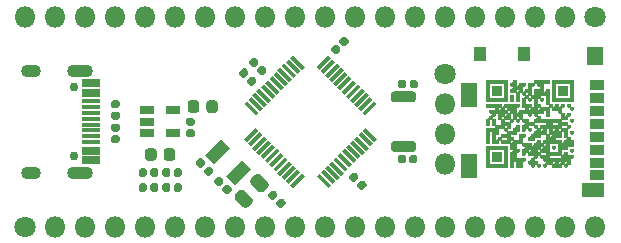
<source format=gbr>
%TF.GenerationSoftware,KiCad,Pcbnew,(5.1.6)-1*%
%TF.CreationDate,2022-07-03T21:07:17+08:00*%
%TF.ProjectId,cloneduino_zero,636c6f6e-6564-4756-996e-6f5f7a65726f,1.0*%
%TF.SameCoordinates,Original*%
%TF.FileFunction,Soldermask,Top*%
%TF.FilePolarity,Negative*%
%FSLAX46Y46*%
G04 Gerber Fmt 4.6, Leading zero omitted, Abs format (unit mm)*
G04 Created by KiCad (PCBNEW (5.1.6)-1) date 2022-07-03 21:07:17*
%MOMM*%
%LPD*%
G01*
G04 APERTURE LIST*
%ADD10C,0.010000*%
%ADD11C,0.100000*%
%ADD12O,1.800000X1.800000*%
%ADD13C,1.800000*%
%ADD14R,1.160000X0.750000*%
%ADD15R,1.550000X0.700000*%
%ADD16R,1.550000X0.400000*%
%ADD17O,2.200000X1.100000*%
%ADD18C,0.750000*%
%ADD19O,1.700000X1.100000*%
%ADD20R,1.200000X0.950000*%
%ADD21R,1.200000X0.850000*%
%ADD22R,1.900000X1.270000*%
%ADD23R,1.450000X1.650000*%
%ADD24R,1.100000X1.300000*%
%ADD25R,1.450000X2.000000*%
G04 APERTURE END LIST*
D10*
%TO.C,G\u002A\u002A\u002A*%
G36*
X90043000Y-98044000D02*
G01*
X88265000Y-98044000D01*
X88265000Y-96520000D01*
X88519000Y-96520000D01*
X88519000Y-97790000D01*
X89789000Y-97790000D01*
X89789000Y-96520000D01*
X88519000Y-96520000D01*
X88265000Y-96520000D01*
X88265000Y-96266000D01*
X90043000Y-96266000D01*
X90043000Y-98044000D01*
G37*
X90043000Y-98044000D02*
X88265000Y-98044000D01*
X88265000Y-96520000D01*
X88519000Y-96520000D01*
X88519000Y-97790000D01*
X89789000Y-97790000D01*
X89789000Y-96520000D01*
X88519000Y-96520000D01*
X88265000Y-96520000D01*
X88265000Y-96266000D01*
X90043000Y-96266000D01*
X90043000Y-98044000D01*
G36*
X90805000Y-96012000D02*
G01*
X90805000Y-96520000D01*
X90932000Y-96520000D01*
X91021954Y-96530489D01*
X91055109Y-96579970D01*
X91059000Y-96647000D01*
X91048510Y-96736954D01*
X90999030Y-96770109D01*
X90932000Y-96774000D01*
X90805000Y-96774000D01*
X90805000Y-97282000D01*
X91567000Y-97282000D01*
X91567000Y-97409000D01*
X91556510Y-97498954D01*
X91507030Y-97532109D01*
X91440000Y-97536000D01*
X91313000Y-97536000D01*
X91313000Y-98044000D01*
X90805000Y-98044000D01*
X90805000Y-97536000D01*
X90551000Y-97536000D01*
X90551000Y-98044000D01*
X90297000Y-98044000D01*
X90297000Y-96774000D01*
X90424000Y-96774000D01*
X90513954Y-96763510D01*
X90547109Y-96714030D01*
X90551000Y-96647000D01*
X90540510Y-96557046D01*
X90491030Y-96523891D01*
X90424000Y-96520000D01*
X90297000Y-96520000D01*
X90297000Y-96012000D01*
X89535000Y-96012000D01*
X89535000Y-95885000D01*
X89524510Y-95795046D01*
X89475030Y-95761891D01*
X89408000Y-95758000D01*
X89318046Y-95768489D01*
X89284891Y-95817970D01*
X89281000Y-95885000D01*
X89281000Y-96012000D01*
X88773000Y-96012000D01*
X88773000Y-94996000D01*
X88519000Y-94996000D01*
X88519000Y-96012000D01*
X88265000Y-96012000D01*
X88265000Y-94742000D01*
X89027000Y-94742000D01*
X89027000Y-94615000D01*
X89016510Y-94525046D01*
X88967030Y-94491891D01*
X88900000Y-94488000D01*
X88773000Y-94488000D01*
X88773000Y-93980000D01*
X88519000Y-93980000D01*
X88519000Y-94488000D01*
X88265000Y-94488000D01*
X88265000Y-93980000D01*
X88392000Y-93980000D01*
X88481954Y-93969510D01*
X88515109Y-93920030D01*
X88519000Y-93853000D01*
X88773000Y-93853000D01*
X88783489Y-93942954D01*
X88832970Y-93976109D01*
X88900000Y-93980000D01*
X89027000Y-93980000D01*
X89027000Y-94488000D01*
X89535000Y-94488000D01*
X89535000Y-93980000D01*
X89662000Y-93980000D01*
X89751954Y-93990489D01*
X89785109Y-94039970D01*
X89789000Y-94107000D01*
X89789000Y-94234000D01*
X90297000Y-94234000D01*
X90297000Y-94742000D01*
X90170000Y-94742000D01*
X90080046Y-94731510D01*
X90046891Y-94682030D01*
X90043000Y-94615000D01*
X90032510Y-94525046D01*
X89983030Y-94491891D01*
X89916000Y-94488000D01*
X89826046Y-94498489D01*
X89792891Y-94547970D01*
X89789000Y-94615000D01*
X89789000Y-94742000D01*
X89281000Y-94742000D01*
X89281000Y-95250000D01*
X89027000Y-95250000D01*
X89027000Y-95758000D01*
X89154000Y-95758000D01*
X89243954Y-95747510D01*
X89277109Y-95698030D01*
X89281000Y-95631000D01*
X89291489Y-95541046D01*
X89340970Y-95507891D01*
X89408000Y-95504000D01*
X89497954Y-95514489D01*
X89531109Y-95563970D01*
X89535000Y-95631000D01*
X89535000Y-95758000D01*
X90043000Y-95758000D01*
X90043000Y-95504000D01*
X89535000Y-95504000D01*
X89535000Y-95250000D01*
X90043000Y-95250000D01*
X90043000Y-94996000D01*
X90551000Y-94996000D01*
X90551000Y-94869000D01*
X90561489Y-94779046D01*
X90610970Y-94745891D01*
X90678000Y-94742000D01*
X90767954Y-94731510D01*
X90801109Y-94682030D01*
X90805000Y-94615000D01*
X90815489Y-94525046D01*
X90864970Y-94491891D01*
X90932000Y-94488000D01*
X91059000Y-94488000D01*
X91059000Y-94996000D01*
X90932000Y-94996000D01*
X90842046Y-95006489D01*
X90808891Y-95055970D01*
X90805000Y-95123000D01*
X90805000Y-95250000D01*
X90297000Y-95250000D01*
X90297000Y-95377000D01*
X90307489Y-95466954D01*
X90356970Y-95500109D01*
X90424000Y-95504000D01*
X90513954Y-95514489D01*
X90547109Y-95563970D01*
X90551000Y-95631000D01*
X90540510Y-95720954D01*
X90491030Y-95754109D01*
X90424000Y-95758000D01*
X90334046Y-95768489D01*
X90300891Y-95817970D01*
X90297000Y-95885000D01*
X90307489Y-95974954D01*
X90356970Y-96008109D01*
X90424000Y-96012000D01*
X90513954Y-96001510D01*
X90547109Y-95952030D01*
X90551000Y-95885000D01*
X90551000Y-95758000D01*
X91059000Y-95758000D01*
X91059000Y-95250000D01*
X91567000Y-95250000D01*
X91567000Y-95377000D01*
X91556510Y-95466954D01*
X91507030Y-95500109D01*
X91440000Y-95504000D01*
X91313000Y-95504000D01*
X91313000Y-96012000D01*
X92075000Y-96012000D01*
X92075000Y-96139000D01*
X92085489Y-96228954D01*
X92134970Y-96262109D01*
X92202000Y-96266000D01*
X92291954Y-96255510D01*
X92325109Y-96206030D01*
X92329000Y-96139000D01*
X92339489Y-96049046D01*
X92388970Y-96015891D01*
X92456000Y-96012000D01*
X92545954Y-96001510D01*
X92579109Y-95952030D01*
X92583000Y-95885000D01*
X92593489Y-95795046D01*
X92642970Y-95761891D01*
X92710000Y-95758000D01*
X92799954Y-95768489D01*
X92833109Y-95817970D01*
X92837000Y-95885000D01*
X92847489Y-95974954D01*
X92896970Y-96008109D01*
X92964000Y-96012000D01*
X93053954Y-96022489D01*
X93087109Y-96071970D01*
X93091000Y-96139000D01*
X93080510Y-96228954D01*
X93031030Y-96262109D01*
X92964000Y-96266000D01*
X92874046Y-96276489D01*
X92840891Y-96325970D01*
X92837000Y-96393000D01*
X92826510Y-96482954D01*
X92777030Y-96516109D01*
X92710000Y-96520000D01*
X92620046Y-96530489D01*
X92586891Y-96579970D01*
X92583000Y-96647000D01*
X92593489Y-96736954D01*
X92642970Y-96770109D01*
X92710000Y-96774000D01*
X92799954Y-96784489D01*
X92833109Y-96833970D01*
X92837000Y-96901000D01*
X92837000Y-97028000D01*
X93345000Y-97028000D01*
X93599000Y-97028000D01*
X93599000Y-97282000D01*
X94615000Y-97282000D01*
X94615000Y-97028000D01*
X93599000Y-97028000D01*
X93345000Y-97028000D01*
X93345000Y-96774000D01*
X92837000Y-96774000D01*
X92837000Y-96647000D01*
X92847489Y-96557046D01*
X92896970Y-96523891D01*
X92964000Y-96520000D01*
X93053954Y-96509510D01*
X93087109Y-96460030D01*
X93091000Y-96393000D01*
X93101489Y-96303046D01*
X93150970Y-96269891D01*
X93218000Y-96266000D01*
X93307954Y-96255510D01*
X93341109Y-96206030D01*
X93345000Y-96139000D01*
X93334510Y-96049046D01*
X93285030Y-96015891D01*
X93218000Y-96012000D01*
X93599000Y-96012000D01*
X93599000Y-96774000D01*
X94361000Y-96774000D01*
X94361000Y-96012000D01*
X93599000Y-96012000D01*
X93218000Y-96012000D01*
X93128046Y-96001510D01*
X93094891Y-95952030D01*
X93091000Y-95885000D01*
X93101489Y-95795046D01*
X93150970Y-95761891D01*
X93218000Y-95758000D01*
X93345000Y-95758000D01*
X93345000Y-95250000D01*
X92837000Y-95250000D01*
X92837000Y-95504000D01*
X92329000Y-95504000D01*
X92329000Y-95758000D01*
X91821000Y-95758000D01*
X91821000Y-95631000D01*
X91831489Y-95541046D01*
X91880970Y-95507891D01*
X91948000Y-95504000D01*
X92037954Y-95493510D01*
X92071109Y-95444030D01*
X92075000Y-95377000D01*
X92085489Y-95287046D01*
X92134970Y-95253891D01*
X92202000Y-95250000D01*
X92291954Y-95239510D01*
X92325109Y-95190030D01*
X92329000Y-95123000D01*
X92339489Y-95033046D01*
X92388970Y-94999891D01*
X92456000Y-94996000D01*
X92545954Y-94985510D01*
X92579109Y-94936030D01*
X92583000Y-94869000D01*
X92593489Y-94779046D01*
X92642970Y-94745891D01*
X92710000Y-94742000D01*
X92799954Y-94752489D01*
X92833109Y-94801970D01*
X92837000Y-94869000D01*
X92847489Y-94958954D01*
X92896970Y-94992109D01*
X92964000Y-94996000D01*
X93053954Y-94985510D01*
X93087109Y-94936030D01*
X93091000Y-94869000D01*
X93080510Y-94779046D01*
X93031030Y-94745891D01*
X92964000Y-94742000D01*
X93345000Y-94742000D01*
X93345000Y-95250000D01*
X93472000Y-95250000D01*
X93561954Y-95260489D01*
X93595109Y-95309970D01*
X93599000Y-95377000D01*
X93609489Y-95466954D01*
X93658970Y-95500109D01*
X93726000Y-95504000D01*
X94107000Y-95504000D01*
X94107000Y-95758000D01*
X94615000Y-95758000D01*
X94615000Y-95885000D01*
X94625489Y-95974954D01*
X94674970Y-96008109D01*
X94742000Y-96012000D01*
X94831954Y-96001510D01*
X94865109Y-95952030D01*
X94869000Y-95885000D01*
X94879489Y-95795046D01*
X94928970Y-95761891D01*
X94996000Y-95758000D01*
X95085954Y-95747510D01*
X95119109Y-95698030D01*
X95123000Y-95631000D01*
X95112510Y-95541046D01*
X95063030Y-95507891D01*
X94996000Y-95504000D01*
X94869000Y-95504000D01*
X94869000Y-94996000D01*
X94742000Y-94996000D01*
X94652046Y-94985510D01*
X94618891Y-94936030D01*
X94615000Y-94869000D01*
X94615000Y-94742000D01*
X95123000Y-94742000D01*
X95123000Y-94488000D01*
X94615000Y-94488000D01*
X94615000Y-94615000D01*
X94604510Y-94704954D01*
X94555030Y-94738109D01*
X94488000Y-94742000D01*
X94398046Y-94752489D01*
X94364891Y-94801970D01*
X94361000Y-94869000D01*
X94371489Y-94958954D01*
X94420970Y-94992109D01*
X94488000Y-94996000D01*
X94615000Y-94996000D01*
X94615000Y-95504000D01*
X94107000Y-95504000D01*
X93726000Y-95504000D01*
X93815954Y-95493510D01*
X93849109Y-95444030D01*
X93853000Y-95377000D01*
X93842510Y-95287046D01*
X93793030Y-95253891D01*
X93726000Y-95250000D01*
X93599000Y-95250000D01*
X93599000Y-94869000D01*
X93853000Y-94869000D01*
X93863489Y-94958954D01*
X93912970Y-94992109D01*
X93980000Y-94996000D01*
X94069954Y-94985510D01*
X94103109Y-94936030D01*
X94107000Y-94869000D01*
X94096510Y-94779046D01*
X94047030Y-94745891D01*
X93980000Y-94742000D01*
X93890046Y-94752489D01*
X93856891Y-94801970D01*
X93853000Y-94869000D01*
X93599000Y-94869000D01*
X93599000Y-94742000D01*
X93345000Y-94742000D01*
X92964000Y-94742000D01*
X92874046Y-94731510D01*
X92840891Y-94682030D01*
X92837000Y-94615000D01*
X92837000Y-94488000D01*
X93345000Y-94488000D01*
X93345000Y-94234000D01*
X93853000Y-94234000D01*
X93853000Y-94488000D01*
X94361000Y-94488000D01*
X94361000Y-94234000D01*
X93853000Y-94234000D01*
X93345000Y-94234000D01*
X92329000Y-94234000D01*
X92329000Y-94107000D01*
X92339489Y-94017046D01*
X92388970Y-93983891D01*
X92456000Y-93980000D01*
X92545954Y-93969510D01*
X92579109Y-93920030D01*
X92583000Y-93853000D01*
X92593489Y-93763046D01*
X92642970Y-93729891D01*
X92710000Y-93726000D01*
X92799954Y-93736489D01*
X92833109Y-93785970D01*
X92837000Y-93853000D01*
X92837000Y-93980000D01*
X94615000Y-93980000D01*
X94615000Y-93472000D01*
X94488000Y-93472000D01*
X94398046Y-93461510D01*
X94364891Y-93412030D01*
X94361000Y-93345000D01*
X94361000Y-93218000D01*
X93853000Y-93218000D01*
X93853000Y-93091000D01*
X93842510Y-93001046D01*
X93793030Y-92967891D01*
X93726000Y-92964000D01*
X93636046Y-92953510D01*
X93602891Y-92904030D01*
X93599000Y-92837000D01*
X93588510Y-92747046D01*
X93539030Y-92713891D01*
X93472000Y-92710000D01*
X93345000Y-92710000D01*
X93345000Y-91948000D01*
X92837000Y-91948000D01*
X92837000Y-92075000D01*
X92826510Y-92164954D01*
X92777030Y-92198109D01*
X92710000Y-92202000D01*
X92583000Y-92202000D01*
X92583000Y-92710000D01*
X92710000Y-92710000D01*
X92799954Y-92720489D01*
X92833109Y-92769970D01*
X92837000Y-92837000D01*
X92826510Y-92926954D01*
X92777030Y-92960109D01*
X92710000Y-92964000D01*
X92620046Y-92974489D01*
X92586891Y-93023970D01*
X92583000Y-93091000D01*
X92593489Y-93180954D01*
X92642970Y-93214109D01*
X92710000Y-93218000D01*
X92799954Y-93207510D01*
X92833109Y-93158030D01*
X92837000Y-93091000D01*
X92837000Y-92964000D01*
X93599000Y-92964000D01*
X93599000Y-93726000D01*
X93345000Y-93726000D01*
X93345000Y-93218000D01*
X93218000Y-93218000D01*
X93128046Y-93228489D01*
X93094891Y-93277970D01*
X93091000Y-93345000D01*
X93091000Y-93472000D01*
X92583000Y-93472000D01*
X92583000Y-93599000D01*
X92572510Y-93688954D01*
X92523030Y-93722109D01*
X92456000Y-93726000D01*
X92366046Y-93715510D01*
X92332891Y-93666030D01*
X92329000Y-93599000D01*
X92318510Y-93509046D01*
X92269030Y-93475891D01*
X92202000Y-93472000D01*
X92112046Y-93482489D01*
X92078891Y-93531970D01*
X92075000Y-93599000D01*
X92064510Y-93688954D01*
X92015030Y-93722109D01*
X91948000Y-93726000D01*
X91858046Y-93715510D01*
X91824891Y-93666030D01*
X91821000Y-93599000D01*
X91821000Y-93472000D01*
X91313000Y-93472000D01*
X91313000Y-93980000D01*
X91186000Y-93980000D01*
X91096046Y-93969510D01*
X91062891Y-93920030D01*
X91059000Y-93853000D01*
X91048510Y-93763046D01*
X90999030Y-93729891D01*
X90932000Y-93726000D01*
X90842046Y-93736489D01*
X90808891Y-93785970D01*
X90805000Y-93853000D01*
X90794510Y-93942954D01*
X90745030Y-93976109D01*
X90678000Y-93980000D01*
X90551000Y-93980000D01*
X90551000Y-93472000D01*
X90424000Y-93472000D01*
X90334046Y-93461510D01*
X90300891Y-93412030D01*
X90297000Y-93345000D01*
X90286510Y-93255046D01*
X90237030Y-93221891D01*
X90170000Y-93218000D01*
X90080046Y-93207510D01*
X90046891Y-93158030D01*
X90043000Y-93091000D01*
X90032510Y-93001046D01*
X89983030Y-92967891D01*
X89916000Y-92964000D01*
X89826046Y-92974489D01*
X89792891Y-93023970D01*
X89789000Y-93091000D01*
X89799489Y-93180954D01*
X89848970Y-93214109D01*
X89916000Y-93218000D01*
X90005954Y-93228489D01*
X90039109Y-93277970D01*
X90043000Y-93345000D01*
X90032510Y-93434954D01*
X89983030Y-93468109D01*
X89916000Y-93472000D01*
X89826046Y-93482489D01*
X89792891Y-93531970D01*
X89789000Y-93599000D01*
X89778510Y-93688954D01*
X89729030Y-93722109D01*
X89662000Y-93726000D01*
X89572046Y-93736489D01*
X89538891Y-93785970D01*
X89535000Y-93853000D01*
X89524510Y-93942954D01*
X89475030Y-93976109D01*
X89408000Y-93980000D01*
X89281000Y-93980000D01*
X89281000Y-93472000D01*
X89154000Y-93472000D01*
X89064046Y-93482489D01*
X89030891Y-93531970D01*
X89027000Y-93599000D01*
X89016510Y-93688954D01*
X88967030Y-93722109D01*
X88900000Y-93726000D01*
X88810046Y-93736489D01*
X88776891Y-93785970D01*
X88773000Y-93853000D01*
X88519000Y-93853000D01*
X88529489Y-93763046D01*
X88578970Y-93729891D01*
X88646000Y-93726000D01*
X88735954Y-93715510D01*
X88769109Y-93666030D01*
X88773000Y-93599000D01*
X88762510Y-93509046D01*
X88713030Y-93475891D01*
X88646000Y-93472000D01*
X88556046Y-93461510D01*
X88522891Y-93412030D01*
X88519000Y-93345000D01*
X88519000Y-93218000D01*
X89027000Y-93218000D01*
X89027000Y-93091000D01*
X89281000Y-93091000D01*
X89291489Y-93180954D01*
X89340970Y-93214109D01*
X89408000Y-93218000D01*
X89497954Y-93207510D01*
X89531109Y-93158030D01*
X89535000Y-93091000D01*
X89524510Y-93001046D01*
X89475030Y-92967891D01*
X89408000Y-92964000D01*
X89318046Y-92974489D01*
X89284891Y-93023970D01*
X89281000Y-93091000D01*
X89027000Y-93091000D01*
X89027000Y-92964000D01*
X88265000Y-92964000D01*
X88265000Y-92710000D01*
X89535000Y-92710000D01*
X89535000Y-92837000D01*
X89545489Y-92926954D01*
X89594970Y-92960109D01*
X89662000Y-92964000D01*
X89751954Y-92953510D01*
X89785109Y-92904030D01*
X89789000Y-92837000D01*
X89789000Y-92710000D01*
X91059000Y-92710000D01*
X91059000Y-92837000D01*
X91048510Y-92926954D01*
X90999030Y-92960109D01*
X90932000Y-92964000D01*
X90805000Y-92964000D01*
X90805000Y-93472000D01*
X90932000Y-93472000D01*
X91021954Y-93461510D01*
X91055109Y-93412030D01*
X91059000Y-93345000D01*
X91059000Y-93218000D01*
X91567000Y-93218000D01*
X91567000Y-93091000D01*
X91556510Y-93001046D01*
X91507030Y-92967891D01*
X91440000Y-92964000D01*
X91313000Y-92964000D01*
X91313000Y-92202000D01*
X91440000Y-92202000D01*
X91529954Y-92191510D01*
X91563109Y-92142030D01*
X91567000Y-92075000D01*
X91556510Y-91985046D01*
X91507030Y-91951891D01*
X91440000Y-91948000D01*
X91350046Y-91937510D01*
X91316891Y-91888030D01*
X91313000Y-91821000D01*
X91567000Y-91821000D01*
X91577489Y-91910954D01*
X91626970Y-91944109D01*
X91694000Y-91948000D01*
X91783954Y-91958489D01*
X91817109Y-92007970D01*
X91821000Y-92075000D01*
X91810510Y-92164954D01*
X91761030Y-92198109D01*
X91694000Y-92202000D01*
X91567000Y-92202000D01*
X91567000Y-92710000D01*
X92075000Y-92710000D01*
X92075000Y-92837000D01*
X92064510Y-92926954D01*
X92015030Y-92960109D01*
X91948000Y-92964000D01*
X91858046Y-92974489D01*
X91824891Y-93023970D01*
X91821000Y-93091000D01*
X91831489Y-93180954D01*
X91880970Y-93214109D01*
X91948000Y-93218000D01*
X92037954Y-93207510D01*
X92071109Y-93158030D01*
X92075000Y-93091000D01*
X92085489Y-93001046D01*
X92134970Y-92967891D01*
X92202000Y-92964000D01*
X92329000Y-92964000D01*
X92329000Y-92202000D01*
X92202000Y-92202000D01*
X92112046Y-92191510D01*
X92078891Y-92142030D01*
X92075000Y-92075000D01*
X92085489Y-91985046D01*
X92134970Y-91951891D01*
X92202000Y-91948000D01*
X92329000Y-91948000D01*
X92329000Y-91440000D01*
X92837000Y-91440000D01*
X92837000Y-91313000D01*
X92826510Y-91223046D01*
X92777030Y-91189891D01*
X92710000Y-91186000D01*
X92620046Y-91175510D01*
X92586891Y-91126030D01*
X92583000Y-91059000D01*
X92572510Y-90969046D01*
X92523030Y-90935891D01*
X92456000Y-90932000D01*
X92366046Y-90942489D01*
X92332891Y-90991970D01*
X92329000Y-91059000D01*
X92318510Y-91148954D01*
X92269030Y-91182109D01*
X92202000Y-91186000D01*
X92075000Y-91186000D01*
X92075000Y-91948000D01*
X91948000Y-91948000D01*
X91858046Y-91937510D01*
X91824891Y-91888030D01*
X91821000Y-91821000D01*
X91810510Y-91731046D01*
X91761030Y-91697891D01*
X91694000Y-91694000D01*
X91604046Y-91704489D01*
X91570891Y-91753970D01*
X91567000Y-91821000D01*
X91313000Y-91821000D01*
X91302510Y-91731046D01*
X91253030Y-91697891D01*
X91186000Y-91694000D01*
X91059000Y-91694000D01*
X91059000Y-92456000D01*
X90805000Y-92456000D01*
X90805000Y-91694000D01*
X90297000Y-91694000D01*
X90297000Y-91567000D01*
X90805000Y-91567000D01*
X90815489Y-91656954D01*
X90864970Y-91690109D01*
X90932000Y-91694000D01*
X91021954Y-91683510D01*
X91055109Y-91634030D01*
X91059000Y-91567000D01*
X91048510Y-91477046D01*
X90999030Y-91443891D01*
X90932000Y-91440000D01*
X90842046Y-91450489D01*
X90808891Y-91499970D01*
X90805000Y-91567000D01*
X90297000Y-91567000D01*
X90307489Y-91477046D01*
X90356970Y-91443891D01*
X90424000Y-91440000D01*
X90513954Y-91429510D01*
X90547109Y-91380030D01*
X90551000Y-91313000D01*
X90540510Y-91223046D01*
X90491030Y-91189891D01*
X90424000Y-91186000D01*
X90334046Y-91175510D01*
X90300891Y-91126030D01*
X90297000Y-91059000D01*
X90307489Y-90969046D01*
X90356970Y-90935891D01*
X90424000Y-90932000D01*
X90513954Y-90921510D01*
X90547109Y-90872030D01*
X90551000Y-90805000D01*
X90561489Y-90715046D01*
X90610970Y-90681891D01*
X90678000Y-90678000D01*
X90805000Y-90678000D01*
X90805000Y-91186000D01*
X90932000Y-91186000D01*
X91021954Y-91175510D01*
X91055109Y-91126030D01*
X91059000Y-91059000D01*
X91059000Y-90932000D01*
X91567000Y-90932000D01*
X91567000Y-91059000D01*
X91556510Y-91148954D01*
X91507030Y-91182109D01*
X91440000Y-91186000D01*
X91313000Y-91186000D01*
X91313000Y-91694000D01*
X91440000Y-91694000D01*
X91529954Y-91683510D01*
X91563109Y-91634030D01*
X91567000Y-91567000D01*
X91577489Y-91477046D01*
X91626970Y-91443891D01*
X91694000Y-91440000D01*
X91821000Y-91440000D01*
X91821000Y-90932000D01*
X92329000Y-90932000D01*
X92329000Y-90678000D01*
X93599000Y-90678000D01*
X93599000Y-90932000D01*
X93091000Y-90932000D01*
X93091000Y-91694000D01*
X93218000Y-91694000D01*
X93307954Y-91683510D01*
X93341109Y-91634030D01*
X93345000Y-91567000D01*
X93355489Y-91477046D01*
X93404970Y-91443891D01*
X93472000Y-91440000D01*
X93599000Y-91440000D01*
X93599000Y-92710000D01*
X93726000Y-92710000D01*
X93815954Y-92720489D01*
X93849109Y-92769970D01*
X93853000Y-92837000D01*
X93863489Y-92926954D01*
X93912970Y-92960109D01*
X93980000Y-92964000D01*
X94069954Y-92953510D01*
X94103109Y-92904030D01*
X94107000Y-92837000D01*
X94117489Y-92747046D01*
X94166970Y-92713891D01*
X94234000Y-92710000D01*
X94323954Y-92720489D01*
X94357109Y-92769970D01*
X94361000Y-92837000D01*
X94371489Y-92926954D01*
X94420970Y-92960109D01*
X94488000Y-92964000D01*
X94577954Y-92953510D01*
X94611109Y-92904030D01*
X94615000Y-92837000D01*
X94625489Y-92747046D01*
X94674970Y-92713891D01*
X94742000Y-92710000D01*
X94831954Y-92720489D01*
X94865109Y-92769970D01*
X94869000Y-92837000D01*
X94858510Y-92926954D01*
X94809030Y-92960109D01*
X94742000Y-92964000D01*
X94615000Y-92964000D01*
X94615000Y-93472000D01*
X94742000Y-93472000D01*
X94831954Y-93482489D01*
X94865109Y-93531970D01*
X94869000Y-93599000D01*
X94879489Y-93688954D01*
X94928970Y-93722109D01*
X94996000Y-93726000D01*
X95085954Y-93715510D01*
X95119109Y-93666030D01*
X95123000Y-93599000D01*
X95133489Y-93509046D01*
X95182970Y-93475891D01*
X95250000Y-93472000D01*
X95339954Y-93482489D01*
X95373109Y-93531970D01*
X95377000Y-93599000D01*
X95366510Y-93688954D01*
X95317030Y-93722109D01*
X95250000Y-93726000D01*
X95160046Y-93736489D01*
X95126891Y-93785970D01*
X95123000Y-93853000D01*
X95123000Y-93980000D01*
X94615000Y-93980000D01*
X94615000Y-94234000D01*
X95123000Y-94234000D01*
X95123000Y-94361000D01*
X95133489Y-94450954D01*
X95182970Y-94484109D01*
X95250000Y-94488000D01*
X95339954Y-94498489D01*
X95373109Y-94547970D01*
X95377000Y-94615000D01*
X95366510Y-94704954D01*
X95317030Y-94738109D01*
X95250000Y-94742000D01*
X95123000Y-94742000D01*
X95123000Y-95504000D01*
X95250000Y-95504000D01*
X95339954Y-95514489D01*
X95373109Y-95563970D01*
X95377000Y-95631000D01*
X95387489Y-95720954D01*
X95436970Y-95754109D01*
X95504000Y-95758000D01*
X95631000Y-95758000D01*
X95631000Y-96266000D01*
X95123000Y-96266000D01*
X95123000Y-96520000D01*
X94615000Y-96520000D01*
X94615000Y-97028000D01*
X94742000Y-97028000D01*
X94831954Y-97017510D01*
X94865109Y-96968030D01*
X94869000Y-96901000D01*
X94879489Y-96811046D01*
X94928970Y-96777891D01*
X94996000Y-96774000D01*
X95085954Y-96784489D01*
X95119109Y-96833970D01*
X95123000Y-96901000D01*
X95123000Y-97028000D01*
X95631000Y-97028000D01*
X95631000Y-97155000D01*
X95620510Y-97244954D01*
X95571030Y-97278109D01*
X95504000Y-97282000D01*
X95377000Y-97282000D01*
X95377000Y-97790000D01*
X95250000Y-97790000D01*
X95160046Y-97800489D01*
X95126891Y-97849970D01*
X95123000Y-97917000D01*
X95112510Y-98006954D01*
X95063030Y-98040109D01*
X94996000Y-98044000D01*
X94906046Y-98033510D01*
X94872891Y-97984030D01*
X94869000Y-97917000D01*
X94858510Y-97827046D01*
X94809030Y-97793891D01*
X94742000Y-97790000D01*
X94652046Y-97800489D01*
X94618891Y-97849970D01*
X94615000Y-97917000D01*
X94615000Y-98044000D01*
X93853000Y-98044000D01*
X93853000Y-97790000D01*
X93345000Y-97790000D01*
X93345000Y-97917000D01*
X93334510Y-98006954D01*
X93285030Y-98040109D01*
X93218000Y-98044000D01*
X93128046Y-98033510D01*
X93094891Y-97984030D01*
X93091000Y-97917000D01*
X93101489Y-97827046D01*
X93150970Y-97793891D01*
X93218000Y-97790000D01*
X93307954Y-97779510D01*
X93341109Y-97730030D01*
X93345000Y-97663000D01*
X93853000Y-97663000D01*
X93863489Y-97752954D01*
X93912970Y-97786109D01*
X93980000Y-97790000D01*
X94069954Y-97779510D01*
X94103109Y-97730030D01*
X94107000Y-97663000D01*
X94361000Y-97663000D01*
X94371489Y-97752954D01*
X94420970Y-97786109D01*
X94488000Y-97790000D01*
X94577954Y-97779510D01*
X94611109Y-97730030D01*
X94615000Y-97663000D01*
X94869000Y-97663000D01*
X94879489Y-97752954D01*
X94928970Y-97786109D01*
X94996000Y-97790000D01*
X95085954Y-97779510D01*
X95119109Y-97730030D01*
X95123000Y-97663000D01*
X95112510Y-97573046D01*
X95063030Y-97539891D01*
X94996000Y-97536000D01*
X94906046Y-97546489D01*
X94872891Y-97595970D01*
X94869000Y-97663000D01*
X94615000Y-97663000D01*
X94604510Y-97573046D01*
X94555030Y-97539891D01*
X94488000Y-97536000D01*
X94398046Y-97546489D01*
X94364891Y-97595970D01*
X94361000Y-97663000D01*
X94107000Y-97663000D01*
X94096510Y-97573046D01*
X94047030Y-97539891D01*
X93980000Y-97536000D01*
X93890046Y-97546489D01*
X93856891Y-97595970D01*
X93853000Y-97663000D01*
X93345000Y-97663000D01*
X93334510Y-97573046D01*
X93285030Y-97539891D01*
X93218000Y-97536000D01*
X93128046Y-97525510D01*
X93094891Y-97476030D01*
X93091000Y-97409000D01*
X93080510Y-97319046D01*
X93031030Y-97285891D01*
X92964000Y-97282000D01*
X92874046Y-97271510D01*
X92840891Y-97222030D01*
X92837000Y-97155000D01*
X92826510Y-97065046D01*
X92777030Y-97031891D01*
X92710000Y-97028000D01*
X92620046Y-97038489D01*
X92586891Y-97087970D01*
X92583000Y-97155000D01*
X92572510Y-97244954D01*
X92523030Y-97278109D01*
X92456000Y-97282000D01*
X92366046Y-97292489D01*
X92332891Y-97341970D01*
X92329000Y-97409000D01*
X92339489Y-97498954D01*
X92388970Y-97532109D01*
X92456000Y-97536000D01*
X92545954Y-97546489D01*
X92579109Y-97595970D01*
X92583000Y-97663000D01*
X92593489Y-97752954D01*
X92642970Y-97786109D01*
X92710000Y-97790000D01*
X92799954Y-97800489D01*
X92833109Y-97849970D01*
X92837000Y-97917000D01*
X92826510Y-98006954D01*
X92777030Y-98040109D01*
X92710000Y-98044000D01*
X92620046Y-98033510D01*
X92586891Y-97984030D01*
X92583000Y-97917000D01*
X92572510Y-97827046D01*
X92523030Y-97793891D01*
X92456000Y-97790000D01*
X92366046Y-97800489D01*
X92332891Y-97849970D01*
X92329000Y-97917000D01*
X92318510Y-98006954D01*
X92269030Y-98040109D01*
X92202000Y-98044000D01*
X92112046Y-98033510D01*
X92078891Y-97984030D01*
X92075000Y-97917000D01*
X92064510Y-97827046D01*
X92015030Y-97793891D01*
X91948000Y-97790000D01*
X91858046Y-97779510D01*
X91824891Y-97730030D01*
X91821000Y-97663000D01*
X91831489Y-97573046D01*
X91880970Y-97539891D01*
X91948000Y-97536000D01*
X92037954Y-97525510D01*
X92071109Y-97476030D01*
X92075000Y-97409000D01*
X92085489Y-97319046D01*
X92134970Y-97285891D01*
X92202000Y-97282000D01*
X92291954Y-97271510D01*
X92325109Y-97222030D01*
X92329000Y-97155000D01*
X92329000Y-97028000D01*
X91821000Y-97028000D01*
X91821000Y-96901000D01*
X91810510Y-96811046D01*
X91761030Y-96777891D01*
X91694000Y-96774000D01*
X91604046Y-96784489D01*
X91570891Y-96833970D01*
X91567000Y-96901000D01*
X91556510Y-96990954D01*
X91507030Y-97024109D01*
X91440000Y-97028000D01*
X91313000Y-97028000D01*
X91313000Y-96647000D01*
X91821000Y-96647000D01*
X91831489Y-96736954D01*
X91880970Y-96770109D01*
X91948000Y-96774000D01*
X92037954Y-96763510D01*
X92071109Y-96714030D01*
X92075000Y-96647000D01*
X92064510Y-96557046D01*
X92015030Y-96523891D01*
X91948000Y-96520000D01*
X91858046Y-96530489D01*
X91824891Y-96579970D01*
X91821000Y-96647000D01*
X91313000Y-96647000D01*
X91313000Y-96520000D01*
X91440000Y-96520000D01*
X91529954Y-96509510D01*
X91563109Y-96460030D01*
X91567000Y-96393000D01*
X91556510Y-96303046D01*
X91507030Y-96269891D01*
X91440000Y-96266000D01*
X91350046Y-96255510D01*
X91316891Y-96206030D01*
X91313000Y-96139000D01*
X91313000Y-96012000D01*
X90805000Y-96012000D01*
G37*
X90805000Y-96012000D02*
X90805000Y-96520000D01*
X90932000Y-96520000D01*
X91021954Y-96530489D01*
X91055109Y-96579970D01*
X91059000Y-96647000D01*
X91048510Y-96736954D01*
X90999030Y-96770109D01*
X90932000Y-96774000D01*
X90805000Y-96774000D01*
X90805000Y-97282000D01*
X91567000Y-97282000D01*
X91567000Y-97409000D01*
X91556510Y-97498954D01*
X91507030Y-97532109D01*
X91440000Y-97536000D01*
X91313000Y-97536000D01*
X91313000Y-98044000D01*
X90805000Y-98044000D01*
X90805000Y-97536000D01*
X90551000Y-97536000D01*
X90551000Y-98044000D01*
X90297000Y-98044000D01*
X90297000Y-96774000D01*
X90424000Y-96774000D01*
X90513954Y-96763510D01*
X90547109Y-96714030D01*
X90551000Y-96647000D01*
X90540510Y-96557046D01*
X90491030Y-96523891D01*
X90424000Y-96520000D01*
X90297000Y-96520000D01*
X90297000Y-96012000D01*
X89535000Y-96012000D01*
X89535000Y-95885000D01*
X89524510Y-95795046D01*
X89475030Y-95761891D01*
X89408000Y-95758000D01*
X89318046Y-95768489D01*
X89284891Y-95817970D01*
X89281000Y-95885000D01*
X89281000Y-96012000D01*
X88773000Y-96012000D01*
X88773000Y-94996000D01*
X88519000Y-94996000D01*
X88519000Y-96012000D01*
X88265000Y-96012000D01*
X88265000Y-94742000D01*
X89027000Y-94742000D01*
X89027000Y-94615000D01*
X89016510Y-94525046D01*
X88967030Y-94491891D01*
X88900000Y-94488000D01*
X88773000Y-94488000D01*
X88773000Y-93980000D01*
X88519000Y-93980000D01*
X88519000Y-94488000D01*
X88265000Y-94488000D01*
X88265000Y-93980000D01*
X88392000Y-93980000D01*
X88481954Y-93969510D01*
X88515109Y-93920030D01*
X88519000Y-93853000D01*
X88773000Y-93853000D01*
X88783489Y-93942954D01*
X88832970Y-93976109D01*
X88900000Y-93980000D01*
X89027000Y-93980000D01*
X89027000Y-94488000D01*
X89535000Y-94488000D01*
X89535000Y-93980000D01*
X89662000Y-93980000D01*
X89751954Y-93990489D01*
X89785109Y-94039970D01*
X89789000Y-94107000D01*
X89789000Y-94234000D01*
X90297000Y-94234000D01*
X90297000Y-94742000D01*
X90170000Y-94742000D01*
X90080046Y-94731510D01*
X90046891Y-94682030D01*
X90043000Y-94615000D01*
X90032510Y-94525046D01*
X89983030Y-94491891D01*
X89916000Y-94488000D01*
X89826046Y-94498489D01*
X89792891Y-94547970D01*
X89789000Y-94615000D01*
X89789000Y-94742000D01*
X89281000Y-94742000D01*
X89281000Y-95250000D01*
X89027000Y-95250000D01*
X89027000Y-95758000D01*
X89154000Y-95758000D01*
X89243954Y-95747510D01*
X89277109Y-95698030D01*
X89281000Y-95631000D01*
X89291489Y-95541046D01*
X89340970Y-95507891D01*
X89408000Y-95504000D01*
X89497954Y-95514489D01*
X89531109Y-95563970D01*
X89535000Y-95631000D01*
X89535000Y-95758000D01*
X90043000Y-95758000D01*
X90043000Y-95504000D01*
X89535000Y-95504000D01*
X89535000Y-95250000D01*
X90043000Y-95250000D01*
X90043000Y-94996000D01*
X90551000Y-94996000D01*
X90551000Y-94869000D01*
X90561489Y-94779046D01*
X90610970Y-94745891D01*
X90678000Y-94742000D01*
X90767954Y-94731510D01*
X90801109Y-94682030D01*
X90805000Y-94615000D01*
X90815489Y-94525046D01*
X90864970Y-94491891D01*
X90932000Y-94488000D01*
X91059000Y-94488000D01*
X91059000Y-94996000D01*
X90932000Y-94996000D01*
X90842046Y-95006489D01*
X90808891Y-95055970D01*
X90805000Y-95123000D01*
X90805000Y-95250000D01*
X90297000Y-95250000D01*
X90297000Y-95377000D01*
X90307489Y-95466954D01*
X90356970Y-95500109D01*
X90424000Y-95504000D01*
X90513954Y-95514489D01*
X90547109Y-95563970D01*
X90551000Y-95631000D01*
X90540510Y-95720954D01*
X90491030Y-95754109D01*
X90424000Y-95758000D01*
X90334046Y-95768489D01*
X90300891Y-95817970D01*
X90297000Y-95885000D01*
X90307489Y-95974954D01*
X90356970Y-96008109D01*
X90424000Y-96012000D01*
X90513954Y-96001510D01*
X90547109Y-95952030D01*
X90551000Y-95885000D01*
X90551000Y-95758000D01*
X91059000Y-95758000D01*
X91059000Y-95250000D01*
X91567000Y-95250000D01*
X91567000Y-95377000D01*
X91556510Y-95466954D01*
X91507030Y-95500109D01*
X91440000Y-95504000D01*
X91313000Y-95504000D01*
X91313000Y-96012000D01*
X92075000Y-96012000D01*
X92075000Y-96139000D01*
X92085489Y-96228954D01*
X92134970Y-96262109D01*
X92202000Y-96266000D01*
X92291954Y-96255510D01*
X92325109Y-96206030D01*
X92329000Y-96139000D01*
X92339489Y-96049046D01*
X92388970Y-96015891D01*
X92456000Y-96012000D01*
X92545954Y-96001510D01*
X92579109Y-95952030D01*
X92583000Y-95885000D01*
X92593489Y-95795046D01*
X92642970Y-95761891D01*
X92710000Y-95758000D01*
X92799954Y-95768489D01*
X92833109Y-95817970D01*
X92837000Y-95885000D01*
X92847489Y-95974954D01*
X92896970Y-96008109D01*
X92964000Y-96012000D01*
X93053954Y-96022489D01*
X93087109Y-96071970D01*
X93091000Y-96139000D01*
X93080510Y-96228954D01*
X93031030Y-96262109D01*
X92964000Y-96266000D01*
X92874046Y-96276489D01*
X92840891Y-96325970D01*
X92837000Y-96393000D01*
X92826510Y-96482954D01*
X92777030Y-96516109D01*
X92710000Y-96520000D01*
X92620046Y-96530489D01*
X92586891Y-96579970D01*
X92583000Y-96647000D01*
X92593489Y-96736954D01*
X92642970Y-96770109D01*
X92710000Y-96774000D01*
X92799954Y-96784489D01*
X92833109Y-96833970D01*
X92837000Y-96901000D01*
X92837000Y-97028000D01*
X93345000Y-97028000D01*
X93599000Y-97028000D01*
X93599000Y-97282000D01*
X94615000Y-97282000D01*
X94615000Y-97028000D01*
X93599000Y-97028000D01*
X93345000Y-97028000D01*
X93345000Y-96774000D01*
X92837000Y-96774000D01*
X92837000Y-96647000D01*
X92847489Y-96557046D01*
X92896970Y-96523891D01*
X92964000Y-96520000D01*
X93053954Y-96509510D01*
X93087109Y-96460030D01*
X93091000Y-96393000D01*
X93101489Y-96303046D01*
X93150970Y-96269891D01*
X93218000Y-96266000D01*
X93307954Y-96255510D01*
X93341109Y-96206030D01*
X93345000Y-96139000D01*
X93334510Y-96049046D01*
X93285030Y-96015891D01*
X93218000Y-96012000D01*
X93599000Y-96012000D01*
X93599000Y-96774000D01*
X94361000Y-96774000D01*
X94361000Y-96012000D01*
X93599000Y-96012000D01*
X93218000Y-96012000D01*
X93128046Y-96001510D01*
X93094891Y-95952030D01*
X93091000Y-95885000D01*
X93101489Y-95795046D01*
X93150970Y-95761891D01*
X93218000Y-95758000D01*
X93345000Y-95758000D01*
X93345000Y-95250000D01*
X92837000Y-95250000D01*
X92837000Y-95504000D01*
X92329000Y-95504000D01*
X92329000Y-95758000D01*
X91821000Y-95758000D01*
X91821000Y-95631000D01*
X91831489Y-95541046D01*
X91880970Y-95507891D01*
X91948000Y-95504000D01*
X92037954Y-95493510D01*
X92071109Y-95444030D01*
X92075000Y-95377000D01*
X92085489Y-95287046D01*
X92134970Y-95253891D01*
X92202000Y-95250000D01*
X92291954Y-95239510D01*
X92325109Y-95190030D01*
X92329000Y-95123000D01*
X92339489Y-95033046D01*
X92388970Y-94999891D01*
X92456000Y-94996000D01*
X92545954Y-94985510D01*
X92579109Y-94936030D01*
X92583000Y-94869000D01*
X92593489Y-94779046D01*
X92642970Y-94745891D01*
X92710000Y-94742000D01*
X92799954Y-94752489D01*
X92833109Y-94801970D01*
X92837000Y-94869000D01*
X92847489Y-94958954D01*
X92896970Y-94992109D01*
X92964000Y-94996000D01*
X93053954Y-94985510D01*
X93087109Y-94936030D01*
X93091000Y-94869000D01*
X93080510Y-94779046D01*
X93031030Y-94745891D01*
X92964000Y-94742000D01*
X93345000Y-94742000D01*
X93345000Y-95250000D01*
X93472000Y-95250000D01*
X93561954Y-95260489D01*
X93595109Y-95309970D01*
X93599000Y-95377000D01*
X93609489Y-95466954D01*
X93658970Y-95500109D01*
X93726000Y-95504000D01*
X94107000Y-95504000D01*
X94107000Y-95758000D01*
X94615000Y-95758000D01*
X94615000Y-95885000D01*
X94625489Y-95974954D01*
X94674970Y-96008109D01*
X94742000Y-96012000D01*
X94831954Y-96001510D01*
X94865109Y-95952030D01*
X94869000Y-95885000D01*
X94879489Y-95795046D01*
X94928970Y-95761891D01*
X94996000Y-95758000D01*
X95085954Y-95747510D01*
X95119109Y-95698030D01*
X95123000Y-95631000D01*
X95112510Y-95541046D01*
X95063030Y-95507891D01*
X94996000Y-95504000D01*
X94869000Y-95504000D01*
X94869000Y-94996000D01*
X94742000Y-94996000D01*
X94652046Y-94985510D01*
X94618891Y-94936030D01*
X94615000Y-94869000D01*
X94615000Y-94742000D01*
X95123000Y-94742000D01*
X95123000Y-94488000D01*
X94615000Y-94488000D01*
X94615000Y-94615000D01*
X94604510Y-94704954D01*
X94555030Y-94738109D01*
X94488000Y-94742000D01*
X94398046Y-94752489D01*
X94364891Y-94801970D01*
X94361000Y-94869000D01*
X94371489Y-94958954D01*
X94420970Y-94992109D01*
X94488000Y-94996000D01*
X94615000Y-94996000D01*
X94615000Y-95504000D01*
X94107000Y-95504000D01*
X93726000Y-95504000D01*
X93815954Y-95493510D01*
X93849109Y-95444030D01*
X93853000Y-95377000D01*
X93842510Y-95287046D01*
X93793030Y-95253891D01*
X93726000Y-95250000D01*
X93599000Y-95250000D01*
X93599000Y-94869000D01*
X93853000Y-94869000D01*
X93863489Y-94958954D01*
X93912970Y-94992109D01*
X93980000Y-94996000D01*
X94069954Y-94985510D01*
X94103109Y-94936030D01*
X94107000Y-94869000D01*
X94096510Y-94779046D01*
X94047030Y-94745891D01*
X93980000Y-94742000D01*
X93890046Y-94752489D01*
X93856891Y-94801970D01*
X93853000Y-94869000D01*
X93599000Y-94869000D01*
X93599000Y-94742000D01*
X93345000Y-94742000D01*
X92964000Y-94742000D01*
X92874046Y-94731510D01*
X92840891Y-94682030D01*
X92837000Y-94615000D01*
X92837000Y-94488000D01*
X93345000Y-94488000D01*
X93345000Y-94234000D01*
X93853000Y-94234000D01*
X93853000Y-94488000D01*
X94361000Y-94488000D01*
X94361000Y-94234000D01*
X93853000Y-94234000D01*
X93345000Y-94234000D01*
X92329000Y-94234000D01*
X92329000Y-94107000D01*
X92339489Y-94017046D01*
X92388970Y-93983891D01*
X92456000Y-93980000D01*
X92545954Y-93969510D01*
X92579109Y-93920030D01*
X92583000Y-93853000D01*
X92593489Y-93763046D01*
X92642970Y-93729891D01*
X92710000Y-93726000D01*
X92799954Y-93736489D01*
X92833109Y-93785970D01*
X92837000Y-93853000D01*
X92837000Y-93980000D01*
X94615000Y-93980000D01*
X94615000Y-93472000D01*
X94488000Y-93472000D01*
X94398046Y-93461510D01*
X94364891Y-93412030D01*
X94361000Y-93345000D01*
X94361000Y-93218000D01*
X93853000Y-93218000D01*
X93853000Y-93091000D01*
X93842510Y-93001046D01*
X93793030Y-92967891D01*
X93726000Y-92964000D01*
X93636046Y-92953510D01*
X93602891Y-92904030D01*
X93599000Y-92837000D01*
X93588510Y-92747046D01*
X93539030Y-92713891D01*
X93472000Y-92710000D01*
X93345000Y-92710000D01*
X93345000Y-91948000D01*
X92837000Y-91948000D01*
X92837000Y-92075000D01*
X92826510Y-92164954D01*
X92777030Y-92198109D01*
X92710000Y-92202000D01*
X92583000Y-92202000D01*
X92583000Y-92710000D01*
X92710000Y-92710000D01*
X92799954Y-92720489D01*
X92833109Y-92769970D01*
X92837000Y-92837000D01*
X92826510Y-92926954D01*
X92777030Y-92960109D01*
X92710000Y-92964000D01*
X92620046Y-92974489D01*
X92586891Y-93023970D01*
X92583000Y-93091000D01*
X92593489Y-93180954D01*
X92642970Y-93214109D01*
X92710000Y-93218000D01*
X92799954Y-93207510D01*
X92833109Y-93158030D01*
X92837000Y-93091000D01*
X92837000Y-92964000D01*
X93599000Y-92964000D01*
X93599000Y-93726000D01*
X93345000Y-93726000D01*
X93345000Y-93218000D01*
X93218000Y-93218000D01*
X93128046Y-93228489D01*
X93094891Y-93277970D01*
X93091000Y-93345000D01*
X93091000Y-93472000D01*
X92583000Y-93472000D01*
X92583000Y-93599000D01*
X92572510Y-93688954D01*
X92523030Y-93722109D01*
X92456000Y-93726000D01*
X92366046Y-93715510D01*
X92332891Y-93666030D01*
X92329000Y-93599000D01*
X92318510Y-93509046D01*
X92269030Y-93475891D01*
X92202000Y-93472000D01*
X92112046Y-93482489D01*
X92078891Y-93531970D01*
X92075000Y-93599000D01*
X92064510Y-93688954D01*
X92015030Y-93722109D01*
X91948000Y-93726000D01*
X91858046Y-93715510D01*
X91824891Y-93666030D01*
X91821000Y-93599000D01*
X91821000Y-93472000D01*
X91313000Y-93472000D01*
X91313000Y-93980000D01*
X91186000Y-93980000D01*
X91096046Y-93969510D01*
X91062891Y-93920030D01*
X91059000Y-93853000D01*
X91048510Y-93763046D01*
X90999030Y-93729891D01*
X90932000Y-93726000D01*
X90842046Y-93736489D01*
X90808891Y-93785970D01*
X90805000Y-93853000D01*
X90794510Y-93942954D01*
X90745030Y-93976109D01*
X90678000Y-93980000D01*
X90551000Y-93980000D01*
X90551000Y-93472000D01*
X90424000Y-93472000D01*
X90334046Y-93461510D01*
X90300891Y-93412030D01*
X90297000Y-93345000D01*
X90286510Y-93255046D01*
X90237030Y-93221891D01*
X90170000Y-93218000D01*
X90080046Y-93207510D01*
X90046891Y-93158030D01*
X90043000Y-93091000D01*
X90032510Y-93001046D01*
X89983030Y-92967891D01*
X89916000Y-92964000D01*
X89826046Y-92974489D01*
X89792891Y-93023970D01*
X89789000Y-93091000D01*
X89799489Y-93180954D01*
X89848970Y-93214109D01*
X89916000Y-93218000D01*
X90005954Y-93228489D01*
X90039109Y-93277970D01*
X90043000Y-93345000D01*
X90032510Y-93434954D01*
X89983030Y-93468109D01*
X89916000Y-93472000D01*
X89826046Y-93482489D01*
X89792891Y-93531970D01*
X89789000Y-93599000D01*
X89778510Y-93688954D01*
X89729030Y-93722109D01*
X89662000Y-93726000D01*
X89572046Y-93736489D01*
X89538891Y-93785970D01*
X89535000Y-93853000D01*
X89524510Y-93942954D01*
X89475030Y-93976109D01*
X89408000Y-93980000D01*
X89281000Y-93980000D01*
X89281000Y-93472000D01*
X89154000Y-93472000D01*
X89064046Y-93482489D01*
X89030891Y-93531970D01*
X89027000Y-93599000D01*
X89016510Y-93688954D01*
X88967030Y-93722109D01*
X88900000Y-93726000D01*
X88810046Y-93736489D01*
X88776891Y-93785970D01*
X88773000Y-93853000D01*
X88519000Y-93853000D01*
X88529489Y-93763046D01*
X88578970Y-93729891D01*
X88646000Y-93726000D01*
X88735954Y-93715510D01*
X88769109Y-93666030D01*
X88773000Y-93599000D01*
X88762510Y-93509046D01*
X88713030Y-93475891D01*
X88646000Y-93472000D01*
X88556046Y-93461510D01*
X88522891Y-93412030D01*
X88519000Y-93345000D01*
X88519000Y-93218000D01*
X89027000Y-93218000D01*
X89027000Y-93091000D01*
X89281000Y-93091000D01*
X89291489Y-93180954D01*
X89340970Y-93214109D01*
X89408000Y-93218000D01*
X89497954Y-93207510D01*
X89531109Y-93158030D01*
X89535000Y-93091000D01*
X89524510Y-93001046D01*
X89475030Y-92967891D01*
X89408000Y-92964000D01*
X89318046Y-92974489D01*
X89284891Y-93023970D01*
X89281000Y-93091000D01*
X89027000Y-93091000D01*
X89027000Y-92964000D01*
X88265000Y-92964000D01*
X88265000Y-92710000D01*
X89535000Y-92710000D01*
X89535000Y-92837000D01*
X89545489Y-92926954D01*
X89594970Y-92960109D01*
X89662000Y-92964000D01*
X89751954Y-92953510D01*
X89785109Y-92904030D01*
X89789000Y-92837000D01*
X89789000Y-92710000D01*
X91059000Y-92710000D01*
X91059000Y-92837000D01*
X91048510Y-92926954D01*
X90999030Y-92960109D01*
X90932000Y-92964000D01*
X90805000Y-92964000D01*
X90805000Y-93472000D01*
X90932000Y-93472000D01*
X91021954Y-93461510D01*
X91055109Y-93412030D01*
X91059000Y-93345000D01*
X91059000Y-93218000D01*
X91567000Y-93218000D01*
X91567000Y-93091000D01*
X91556510Y-93001046D01*
X91507030Y-92967891D01*
X91440000Y-92964000D01*
X91313000Y-92964000D01*
X91313000Y-92202000D01*
X91440000Y-92202000D01*
X91529954Y-92191510D01*
X91563109Y-92142030D01*
X91567000Y-92075000D01*
X91556510Y-91985046D01*
X91507030Y-91951891D01*
X91440000Y-91948000D01*
X91350046Y-91937510D01*
X91316891Y-91888030D01*
X91313000Y-91821000D01*
X91567000Y-91821000D01*
X91577489Y-91910954D01*
X91626970Y-91944109D01*
X91694000Y-91948000D01*
X91783954Y-91958489D01*
X91817109Y-92007970D01*
X91821000Y-92075000D01*
X91810510Y-92164954D01*
X91761030Y-92198109D01*
X91694000Y-92202000D01*
X91567000Y-92202000D01*
X91567000Y-92710000D01*
X92075000Y-92710000D01*
X92075000Y-92837000D01*
X92064510Y-92926954D01*
X92015030Y-92960109D01*
X91948000Y-92964000D01*
X91858046Y-92974489D01*
X91824891Y-93023970D01*
X91821000Y-93091000D01*
X91831489Y-93180954D01*
X91880970Y-93214109D01*
X91948000Y-93218000D01*
X92037954Y-93207510D01*
X92071109Y-93158030D01*
X92075000Y-93091000D01*
X92085489Y-93001046D01*
X92134970Y-92967891D01*
X92202000Y-92964000D01*
X92329000Y-92964000D01*
X92329000Y-92202000D01*
X92202000Y-92202000D01*
X92112046Y-92191510D01*
X92078891Y-92142030D01*
X92075000Y-92075000D01*
X92085489Y-91985046D01*
X92134970Y-91951891D01*
X92202000Y-91948000D01*
X92329000Y-91948000D01*
X92329000Y-91440000D01*
X92837000Y-91440000D01*
X92837000Y-91313000D01*
X92826510Y-91223046D01*
X92777030Y-91189891D01*
X92710000Y-91186000D01*
X92620046Y-91175510D01*
X92586891Y-91126030D01*
X92583000Y-91059000D01*
X92572510Y-90969046D01*
X92523030Y-90935891D01*
X92456000Y-90932000D01*
X92366046Y-90942489D01*
X92332891Y-90991970D01*
X92329000Y-91059000D01*
X92318510Y-91148954D01*
X92269030Y-91182109D01*
X92202000Y-91186000D01*
X92075000Y-91186000D01*
X92075000Y-91948000D01*
X91948000Y-91948000D01*
X91858046Y-91937510D01*
X91824891Y-91888030D01*
X91821000Y-91821000D01*
X91810510Y-91731046D01*
X91761030Y-91697891D01*
X91694000Y-91694000D01*
X91604046Y-91704489D01*
X91570891Y-91753970D01*
X91567000Y-91821000D01*
X91313000Y-91821000D01*
X91302510Y-91731046D01*
X91253030Y-91697891D01*
X91186000Y-91694000D01*
X91059000Y-91694000D01*
X91059000Y-92456000D01*
X90805000Y-92456000D01*
X90805000Y-91694000D01*
X90297000Y-91694000D01*
X90297000Y-91567000D01*
X90805000Y-91567000D01*
X90815489Y-91656954D01*
X90864970Y-91690109D01*
X90932000Y-91694000D01*
X91021954Y-91683510D01*
X91055109Y-91634030D01*
X91059000Y-91567000D01*
X91048510Y-91477046D01*
X90999030Y-91443891D01*
X90932000Y-91440000D01*
X90842046Y-91450489D01*
X90808891Y-91499970D01*
X90805000Y-91567000D01*
X90297000Y-91567000D01*
X90307489Y-91477046D01*
X90356970Y-91443891D01*
X90424000Y-91440000D01*
X90513954Y-91429510D01*
X90547109Y-91380030D01*
X90551000Y-91313000D01*
X90540510Y-91223046D01*
X90491030Y-91189891D01*
X90424000Y-91186000D01*
X90334046Y-91175510D01*
X90300891Y-91126030D01*
X90297000Y-91059000D01*
X90307489Y-90969046D01*
X90356970Y-90935891D01*
X90424000Y-90932000D01*
X90513954Y-90921510D01*
X90547109Y-90872030D01*
X90551000Y-90805000D01*
X90561489Y-90715046D01*
X90610970Y-90681891D01*
X90678000Y-90678000D01*
X90805000Y-90678000D01*
X90805000Y-91186000D01*
X90932000Y-91186000D01*
X91021954Y-91175510D01*
X91055109Y-91126030D01*
X91059000Y-91059000D01*
X91059000Y-90932000D01*
X91567000Y-90932000D01*
X91567000Y-91059000D01*
X91556510Y-91148954D01*
X91507030Y-91182109D01*
X91440000Y-91186000D01*
X91313000Y-91186000D01*
X91313000Y-91694000D01*
X91440000Y-91694000D01*
X91529954Y-91683510D01*
X91563109Y-91634030D01*
X91567000Y-91567000D01*
X91577489Y-91477046D01*
X91626970Y-91443891D01*
X91694000Y-91440000D01*
X91821000Y-91440000D01*
X91821000Y-90932000D01*
X92329000Y-90932000D01*
X92329000Y-90678000D01*
X93599000Y-90678000D01*
X93599000Y-90932000D01*
X93091000Y-90932000D01*
X93091000Y-91694000D01*
X93218000Y-91694000D01*
X93307954Y-91683510D01*
X93341109Y-91634030D01*
X93345000Y-91567000D01*
X93355489Y-91477046D01*
X93404970Y-91443891D01*
X93472000Y-91440000D01*
X93599000Y-91440000D01*
X93599000Y-92710000D01*
X93726000Y-92710000D01*
X93815954Y-92720489D01*
X93849109Y-92769970D01*
X93853000Y-92837000D01*
X93863489Y-92926954D01*
X93912970Y-92960109D01*
X93980000Y-92964000D01*
X94069954Y-92953510D01*
X94103109Y-92904030D01*
X94107000Y-92837000D01*
X94117489Y-92747046D01*
X94166970Y-92713891D01*
X94234000Y-92710000D01*
X94323954Y-92720489D01*
X94357109Y-92769970D01*
X94361000Y-92837000D01*
X94371489Y-92926954D01*
X94420970Y-92960109D01*
X94488000Y-92964000D01*
X94577954Y-92953510D01*
X94611109Y-92904030D01*
X94615000Y-92837000D01*
X94625489Y-92747046D01*
X94674970Y-92713891D01*
X94742000Y-92710000D01*
X94831954Y-92720489D01*
X94865109Y-92769970D01*
X94869000Y-92837000D01*
X94858510Y-92926954D01*
X94809030Y-92960109D01*
X94742000Y-92964000D01*
X94615000Y-92964000D01*
X94615000Y-93472000D01*
X94742000Y-93472000D01*
X94831954Y-93482489D01*
X94865109Y-93531970D01*
X94869000Y-93599000D01*
X94879489Y-93688954D01*
X94928970Y-93722109D01*
X94996000Y-93726000D01*
X95085954Y-93715510D01*
X95119109Y-93666030D01*
X95123000Y-93599000D01*
X95133489Y-93509046D01*
X95182970Y-93475891D01*
X95250000Y-93472000D01*
X95339954Y-93482489D01*
X95373109Y-93531970D01*
X95377000Y-93599000D01*
X95366510Y-93688954D01*
X95317030Y-93722109D01*
X95250000Y-93726000D01*
X95160046Y-93736489D01*
X95126891Y-93785970D01*
X95123000Y-93853000D01*
X95123000Y-93980000D01*
X94615000Y-93980000D01*
X94615000Y-94234000D01*
X95123000Y-94234000D01*
X95123000Y-94361000D01*
X95133489Y-94450954D01*
X95182970Y-94484109D01*
X95250000Y-94488000D01*
X95339954Y-94498489D01*
X95373109Y-94547970D01*
X95377000Y-94615000D01*
X95366510Y-94704954D01*
X95317030Y-94738109D01*
X95250000Y-94742000D01*
X95123000Y-94742000D01*
X95123000Y-95504000D01*
X95250000Y-95504000D01*
X95339954Y-95514489D01*
X95373109Y-95563970D01*
X95377000Y-95631000D01*
X95387489Y-95720954D01*
X95436970Y-95754109D01*
X95504000Y-95758000D01*
X95631000Y-95758000D01*
X95631000Y-96266000D01*
X95123000Y-96266000D01*
X95123000Y-96520000D01*
X94615000Y-96520000D01*
X94615000Y-97028000D01*
X94742000Y-97028000D01*
X94831954Y-97017510D01*
X94865109Y-96968030D01*
X94869000Y-96901000D01*
X94879489Y-96811046D01*
X94928970Y-96777891D01*
X94996000Y-96774000D01*
X95085954Y-96784489D01*
X95119109Y-96833970D01*
X95123000Y-96901000D01*
X95123000Y-97028000D01*
X95631000Y-97028000D01*
X95631000Y-97155000D01*
X95620510Y-97244954D01*
X95571030Y-97278109D01*
X95504000Y-97282000D01*
X95377000Y-97282000D01*
X95377000Y-97790000D01*
X95250000Y-97790000D01*
X95160046Y-97800489D01*
X95126891Y-97849970D01*
X95123000Y-97917000D01*
X95112510Y-98006954D01*
X95063030Y-98040109D01*
X94996000Y-98044000D01*
X94906046Y-98033510D01*
X94872891Y-97984030D01*
X94869000Y-97917000D01*
X94858510Y-97827046D01*
X94809030Y-97793891D01*
X94742000Y-97790000D01*
X94652046Y-97800489D01*
X94618891Y-97849970D01*
X94615000Y-97917000D01*
X94615000Y-98044000D01*
X93853000Y-98044000D01*
X93853000Y-97790000D01*
X93345000Y-97790000D01*
X93345000Y-97917000D01*
X93334510Y-98006954D01*
X93285030Y-98040109D01*
X93218000Y-98044000D01*
X93128046Y-98033510D01*
X93094891Y-97984030D01*
X93091000Y-97917000D01*
X93101489Y-97827046D01*
X93150970Y-97793891D01*
X93218000Y-97790000D01*
X93307954Y-97779510D01*
X93341109Y-97730030D01*
X93345000Y-97663000D01*
X93853000Y-97663000D01*
X93863489Y-97752954D01*
X93912970Y-97786109D01*
X93980000Y-97790000D01*
X94069954Y-97779510D01*
X94103109Y-97730030D01*
X94107000Y-97663000D01*
X94361000Y-97663000D01*
X94371489Y-97752954D01*
X94420970Y-97786109D01*
X94488000Y-97790000D01*
X94577954Y-97779510D01*
X94611109Y-97730030D01*
X94615000Y-97663000D01*
X94869000Y-97663000D01*
X94879489Y-97752954D01*
X94928970Y-97786109D01*
X94996000Y-97790000D01*
X95085954Y-97779510D01*
X95119109Y-97730030D01*
X95123000Y-97663000D01*
X95112510Y-97573046D01*
X95063030Y-97539891D01*
X94996000Y-97536000D01*
X94906046Y-97546489D01*
X94872891Y-97595970D01*
X94869000Y-97663000D01*
X94615000Y-97663000D01*
X94604510Y-97573046D01*
X94555030Y-97539891D01*
X94488000Y-97536000D01*
X94398046Y-97546489D01*
X94364891Y-97595970D01*
X94361000Y-97663000D01*
X94107000Y-97663000D01*
X94096510Y-97573046D01*
X94047030Y-97539891D01*
X93980000Y-97536000D01*
X93890046Y-97546489D01*
X93856891Y-97595970D01*
X93853000Y-97663000D01*
X93345000Y-97663000D01*
X93334510Y-97573046D01*
X93285030Y-97539891D01*
X93218000Y-97536000D01*
X93128046Y-97525510D01*
X93094891Y-97476030D01*
X93091000Y-97409000D01*
X93080510Y-97319046D01*
X93031030Y-97285891D01*
X92964000Y-97282000D01*
X92874046Y-97271510D01*
X92840891Y-97222030D01*
X92837000Y-97155000D01*
X92826510Y-97065046D01*
X92777030Y-97031891D01*
X92710000Y-97028000D01*
X92620046Y-97038489D01*
X92586891Y-97087970D01*
X92583000Y-97155000D01*
X92572510Y-97244954D01*
X92523030Y-97278109D01*
X92456000Y-97282000D01*
X92366046Y-97292489D01*
X92332891Y-97341970D01*
X92329000Y-97409000D01*
X92339489Y-97498954D01*
X92388970Y-97532109D01*
X92456000Y-97536000D01*
X92545954Y-97546489D01*
X92579109Y-97595970D01*
X92583000Y-97663000D01*
X92593489Y-97752954D01*
X92642970Y-97786109D01*
X92710000Y-97790000D01*
X92799954Y-97800489D01*
X92833109Y-97849970D01*
X92837000Y-97917000D01*
X92826510Y-98006954D01*
X92777030Y-98040109D01*
X92710000Y-98044000D01*
X92620046Y-98033510D01*
X92586891Y-97984030D01*
X92583000Y-97917000D01*
X92572510Y-97827046D01*
X92523030Y-97793891D01*
X92456000Y-97790000D01*
X92366046Y-97800489D01*
X92332891Y-97849970D01*
X92329000Y-97917000D01*
X92318510Y-98006954D01*
X92269030Y-98040109D01*
X92202000Y-98044000D01*
X92112046Y-98033510D01*
X92078891Y-97984030D01*
X92075000Y-97917000D01*
X92064510Y-97827046D01*
X92015030Y-97793891D01*
X91948000Y-97790000D01*
X91858046Y-97779510D01*
X91824891Y-97730030D01*
X91821000Y-97663000D01*
X91831489Y-97573046D01*
X91880970Y-97539891D01*
X91948000Y-97536000D01*
X92037954Y-97525510D01*
X92071109Y-97476030D01*
X92075000Y-97409000D01*
X92085489Y-97319046D01*
X92134970Y-97285891D01*
X92202000Y-97282000D01*
X92291954Y-97271510D01*
X92325109Y-97222030D01*
X92329000Y-97155000D01*
X92329000Y-97028000D01*
X91821000Y-97028000D01*
X91821000Y-96901000D01*
X91810510Y-96811046D01*
X91761030Y-96777891D01*
X91694000Y-96774000D01*
X91604046Y-96784489D01*
X91570891Y-96833970D01*
X91567000Y-96901000D01*
X91556510Y-96990954D01*
X91507030Y-97024109D01*
X91440000Y-97028000D01*
X91313000Y-97028000D01*
X91313000Y-96647000D01*
X91821000Y-96647000D01*
X91831489Y-96736954D01*
X91880970Y-96770109D01*
X91948000Y-96774000D01*
X92037954Y-96763510D01*
X92071109Y-96714030D01*
X92075000Y-96647000D01*
X92064510Y-96557046D01*
X92015030Y-96523891D01*
X91948000Y-96520000D01*
X91858046Y-96530489D01*
X91824891Y-96579970D01*
X91821000Y-96647000D01*
X91313000Y-96647000D01*
X91313000Y-96520000D01*
X91440000Y-96520000D01*
X91529954Y-96509510D01*
X91563109Y-96460030D01*
X91567000Y-96393000D01*
X91556510Y-96303046D01*
X91507030Y-96269891D01*
X91440000Y-96266000D01*
X91350046Y-96255510D01*
X91316891Y-96206030D01*
X91313000Y-96139000D01*
X91313000Y-96012000D01*
X90805000Y-96012000D01*
G36*
X95593954Y-96530489D02*
G01*
X95627109Y-96579970D01*
X95631000Y-96647000D01*
X95620510Y-96736954D01*
X95571030Y-96770109D01*
X95504000Y-96774000D01*
X95414046Y-96763510D01*
X95380891Y-96714030D01*
X95377000Y-96647000D01*
X95387489Y-96557046D01*
X95436970Y-96523891D01*
X95504000Y-96520000D01*
X95593954Y-96530489D01*
G37*
X95593954Y-96530489D02*
X95627109Y-96579970D01*
X95631000Y-96647000D01*
X95620510Y-96736954D01*
X95571030Y-96770109D01*
X95504000Y-96774000D01*
X95414046Y-96763510D01*
X95380891Y-96714030D01*
X95377000Y-96647000D01*
X95387489Y-96557046D01*
X95436970Y-96523891D01*
X95504000Y-96520000D01*
X95593954Y-96530489D01*
G36*
X95593954Y-95006489D02*
G01*
X95627109Y-95055970D01*
X95631000Y-95123000D01*
X95620510Y-95212954D01*
X95571030Y-95246109D01*
X95504000Y-95250000D01*
X95414046Y-95239510D01*
X95380891Y-95190030D01*
X95377000Y-95123000D01*
X95387489Y-95033046D01*
X95436970Y-94999891D01*
X95504000Y-94996000D01*
X95593954Y-95006489D01*
G37*
X95593954Y-95006489D02*
X95627109Y-95055970D01*
X95631000Y-95123000D01*
X95620510Y-95212954D01*
X95571030Y-95246109D01*
X95504000Y-95250000D01*
X95414046Y-95239510D01*
X95380891Y-95190030D01*
X95377000Y-95123000D01*
X95387489Y-95033046D01*
X95436970Y-94999891D01*
X95504000Y-94996000D01*
X95593954Y-95006489D01*
G36*
X95593954Y-93990489D02*
G01*
X95627109Y-94039970D01*
X95631000Y-94107000D01*
X95620510Y-94196954D01*
X95571030Y-94230109D01*
X95504000Y-94234000D01*
X95414046Y-94223510D01*
X95380891Y-94174030D01*
X95377000Y-94107000D01*
X95387489Y-94017046D01*
X95436970Y-93983891D01*
X95504000Y-93980000D01*
X95593954Y-93990489D01*
G37*
X95593954Y-93990489D02*
X95627109Y-94039970D01*
X95631000Y-94107000D01*
X95620510Y-94196954D01*
X95571030Y-94230109D01*
X95504000Y-94234000D01*
X95414046Y-94223510D01*
X95380891Y-94174030D01*
X95377000Y-94107000D01*
X95387489Y-94017046D01*
X95436970Y-93983891D01*
X95504000Y-93980000D01*
X95593954Y-93990489D01*
G36*
X95339954Y-92720489D02*
G01*
X95373109Y-92769970D01*
X95377000Y-92837000D01*
X95387489Y-92926954D01*
X95436970Y-92960109D01*
X95504000Y-92964000D01*
X95593954Y-92974489D01*
X95627109Y-93023970D01*
X95631000Y-93091000D01*
X95620510Y-93180954D01*
X95571030Y-93214109D01*
X95504000Y-93218000D01*
X95414046Y-93207510D01*
X95380891Y-93158030D01*
X95377000Y-93091000D01*
X95366510Y-93001046D01*
X95317030Y-92967891D01*
X95250000Y-92964000D01*
X95160046Y-92953510D01*
X95126891Y-92904030D01*
X95123000Y-92837000D01*
X95133489Y-92747046D01*
X95182970Y-92713891D01*
X95250000Y-92710000D01*
X95339954Y-92720489D01*
G37*
X95339954Y-92720489D02*
X95373109Y-92769970D01*
X95377000Y-92837000D01*
X95387489Y-92926954D01*
X95436970Y-92960109D01*
X95504000Y-92964000D01*
X95593954Y-92974489D01*
X95627109Y-93023970D01*
X95631000Y-93091000D01*
X95620510Y-93180954D01*
X95571030Y-93214109D01*
X95504000Y-93218000D01*
X95414046Y-93207510D01*
X95380891Y-93158030D01*
X95377000Y-93091000D01*
X95366510Y-93001046D01*
X95317030Y-92967891D01*
X95250000Y-92964000D01*
X95160046Y-92953510D01*
X95126891Y-92904030D01*
X95123000Y-92837000D01*
X95133489Y-92747046D01*
X95182970Y-92713891D01*
X95250000Y-92710000D01*
X95339954Y-92720489D01*
G36*
X90043000Y-92456000D02*
G01*
X88265000Y-92456000D01*
X88265000Y-90932000D01*
X88519000Y-90932000D01*
X88519000Y-92202000D01*
X89789000Y-92202000D01*
X89789000Y-90932000D01*
X88519000Y-90932000D01*
X88265000Y-90932000D01*
X88265000Y-90678000D01*
X90043000Y-90678000D01*
X90043000Y-92456000D01*
G37*
X90043000Y-92456000D02*
X88265000Y-92456000D01*
X88265000Y-90932000D01*
X88519000Y-90932000D01*
X88519000Y-92202000D01*
X89789000Y-92202000D01*
X89789000Y-90932000D01*
X88519000Y-90932000D01*
X88265000Y-90932000D01*
X88265000Y-90678000D01*
X90043000Y-90678000D01*
X90043000Y-92456000D01*
G36*
X90551000Y-92456000D02*
G01*
X90297000Y-92456000D01*
X90297000Y-91948000D01*
X90551000Y-91948000D01*
X90551000Y-92456000D01*
G37*
X90551000Y-92456000D02*
X90297000Y-92456000D01*
X90297000Y-91948000D01*
X90551000Y-91948000D01*
X90551000Y-92456000D01*
G36*
X95631000Y-92456000D02*
G01*
X93853000Y-92456000D01*
X93853000Y-90932000D01*
X94107000Y-90932000D01*
X94107000Y-92202000D01*
X95377000Y-92202000D01*
X95377000Y-90932000D01*
X94107000Y-90932000D01*
X93853000Y-90932000D01*
X93853000Y-90678000D01*
X95631000Y-90678000D01*
X95631000Y-92456000D01*
G37*
X95631000Y-92456000D02*
X93853000Y-92456000D01*
X93853000Y-90932000D01*
X94107000Y-90932000D01*
X94107000Y-92202000D01*
X95377000Y-92202000D01*
X95377000Y-90932000D01*
X94107000Y-90932000D01*
X93853000Y-90932000D01*
X93853000Y-90678000D01*
X95631000Y-90678000D01*
X95631000Y-92456000D01*
G36*
X89535000Y-97536000D02*
G01*
X88773000Y-97536000D01*
X88773000Y-96774000D01*
X89535000Y-96774000D01*
X89535000Y-97536000D01*
G37*
X89535000Y-97536000D02*
X88773000Y-97536000D01*
X88773000Y-96774000D01*
X89535000Y-96774000D01*
X89535000Y-97536000D01*
G36*
X90005954Y-94752489D02*
G01*
X90039109Y-94801970D01*
X90043000Y-94869000D01*
X90032510Y-94958954D01*
X89983030Y-94992109D01*
X89916000Y-94996000D01*
X89826046Y-94985510D01*
X89792891Y-94936030D01*
X89789000Y-94869000D01*
X89799489Y-94779046D01*
X89848970Y-94745891D01*
X89916000Y-94742000D01*
X90005954Y-94752489D01*
G37*
X90005954Y-94752489D02*
X90039109Y-94801970D01*
X90043000Y-94869000D01*
X90032510Y-94958954D01*
X89983030Y-94992109D01*
X89916000Y-94996000D01*
X89826046Y-94985510D01*
X89792891Y-94936030D01*
X89789000Y-94869000D01*
X89799489Y-94779046D01*
X89848970Y-94745891D01*
X89916000Y-94742000D01*
X90005954Y-94752489D01*
G36*
X91821000Y-94234000D02*
G01*
X92329000Y-94234000D01*
X92329000Y-94361000D01*
X92339489Y-94450954D01*
X92388970Y-94484109D01*
X92456000Y-94488000D01*
X92545954Y-94498489D01*
X92579109Y-94547970D01*
X92583000Y-94615000D01*
X92572510Y-94704954D01*
X92523030Y-94738109D01*
X92456000Y-94742000D01*
X92366046Y-94731510D01*
X92332891Y-94682030D01*
X92329000Y-94615000D01*
X92329000Y-94488000D01*
X91821000Y-94488000D01*
X91821000Y-94615000D01*
X91831489Y-94704954D01*
X91880970Y-94738109D01*
X91948000Y-94742000D01*
X92037954Y-94752489D01*
X92071109Y-94801970D01*
X92075000Y-94869000D01*
X92064510Y-94958954D01*
X92015030Y-94992109D01*
X91948000Y-94996000D01*
X91858046Y-94985510D01*
X91824891Y-94936030D01*
X91821000Y-94869000D01*
X91810510Y-94779046D01*
X91761030Y-94745891D01*
X91694000Y-94742000D01*
X91604046Y-94752489D01*
X91570891Y-94801970D01*
X91567000Y-94869000D01*
X91556510Y-94958954D01*
X91507030Y-94992109D01*
X91440000Y-94996000D01*
X91313000Y-94996000D01*
X91313000Y-94488000D01*
X91440000Y-94488000D01*
X91529954Y-94477510D01*
X91563109Y-94428030D01*
X91567000Y-94361000D01*
X91556510Y-94271046D01*
X91507030Y-94237891D01*
X91440000Y-94234000D01*
X91350046Y-94223510D01*
X91316891Y-94174030D01*
X91313000Y-94107000D01*
X91313000Y-93980000D01*
X91821000Y-93980000D01*
X91821000Y-94234000D01*
G37*
X91821000Y-94234000D02*
X92329000Y-94234000D01*
X92329000Y-94361000D01*
X92339489Y-94450954D01*
X92388970Y-94484109D01*
X92456000Y-94488000D01*
X92545954Y-94498489D01*
X92579109Y-94547970D01*
X92583000Y-94615000D01*
X92572510Y-94704954D01*
X92523030Y-94738109D01*
X92456000Y-94742000D01*
X92366046Y-94731510D01*
X92332891Y-94682030D01*
X92329000Y-94615000D01*
X92329000Y-94488000D01*
X91821000Y-94488000D01*
X91821000Y-94615000D01*
X91831489Y-94704954D01*
X91880970Y-94738109D01*
X91948000Y-94742000D01*
X92037954Y-94752489D01*
X92071109Y-94801970D01*
X92075000Y-94869000D01*
X92064510Y-94958954D01*
X92015030Y-94992109D01*
X91948000Y-94996000D01*
X91858046Y-94985510D01*
X91824891Y-94936030D01*
X91821000Y-94869000D01*
X91810510Y-94779046D01*
X91761030Y-94745891D01*
X91694000Y-94742000D01*
X91604046Y-94752489D01*
X91570891Y-94801970D01*
X91567000Y-94869000D01*
X91556510Y-94958954D01*
X91507030Y-94992109D01*
X91440000Y-94996000D01*
X91313000Y-94996000D01*
X91313000Y-94488000D01*
X91440000Y-94488000D01*
X91529954Y-94477510D01*
X91563109Y-94428030D01*
X91567000Y-94361000D01*
X91556510Y-94271046D01*
X91507030Y-94237891D01*
X91440000Y-94234000D01*
X91350046Y-94223510D01*
X91316891Y-94174030D01*
X91313000Y-94107000D01*
X91313000Y-93980000D01*
X91821000Y-93980000D01*
X91821000Y-94234000D01*
G36*
X90424000Y-93980000D02*
G01*
X90513954Y-93990489D01*
X90547109Y-94039970D01*
X90551000Y-94107000D01*
X90540510Y-94196954D01*
X90491030Y-94230109D01*
X90424000Y-94234000D01*
X90334046Y-94223510D01*
X90300891Y-94174030D01*
X90297000Y-94107000D01*
X90297000Y-93980000D01*
X90424000Y-93980000D01*
G37*
X90424000Y-93980000D02*
X90513954Y-93990489D01*
X90547109Y-94039970D01*
X90551000Y-94107000D01*
X90540510Y-94196954D01*
X90491030Y-94230109D01*
X90424000Y-94234000D01*
X90334046Y-94223510D01*
X90300891Y-94174030D01*
X90297000Y-94107000D01*
X90297000Y-93980000D01*
X90424000Y-93980000D01*
G36*
X89789000Y-93980000D02*
G01*
X89789000Y-93853000D01*
X89799489Y-93763046D01*
X89848970Y-93729891D01*
X89916000Y-93726000D01*
X90005954Y-93715510D01*
X90039109Y-93666030D01*
X90043000Y-93599000D01*
X90053489Y-93509046D01*
X90102970Y-93475891D01*
X90170000Y-93472000D01*
X90297000Y-93472000D01*
X90297000Y-93980000D01*
X89789000Y-93980000D01*
G37*
X89789000Y-93980000D02*
X89789000Y-93853000D01*
X89799489Y-93763046D01*
X89848970Y-93729891D01*
X89916000Y-93726000D01*
X90005954Y-93715510D01*
X90039109Y-93666030D01*
X90043000Y-93599000D01*
X90053489Y-93509046D01*
X90102970Y-93475891D01*
X90170000Y-93472000D01*
X90297000Y-93472000D01*
X90297000Y-93980000D01*
X89789000Y-93980000D01*
G36*
X91021954Y-93990489D02*
G01*
X91055109Y-94039970D01*
X91059000Y-94107000D01*
X91048510Y-94196954D01*
X90999030Y-94230109D01*
X90932000Y-94234000D01*
X90842046Y-94223510D01*
X90808891Y-94174030D01*
X90805000Y-94107000D01*
X90815489Y-94017046D01*
X90864970Y-93983891D01*
X90932000Y-93980000D01*
X91021954Y-93990489D01*
G37*
X91021954Y-93990489D02*
X91055109Y-94039970D01*
X91059000Y-94107000D01*
X91048510Y-94196954D01*
X90999030Y-94230109D01*
X90932000Y-94234000D01*
X90842046Y-94223510D01*
X90808891Y-94174030D01*
X90805000Y-94107000D01*
X90815489Y-94017046D01*
X90864970Y-93983891D01*
X90932000Y-93980000D01*
X91021954Y-93990489D01*
G36*
X93053954Y-92212489D02*
G01*
X93087109Y-92261970D01*
X93091000Y-92329000D01*
X93080510Y-92418954D01*
X93031030Y-92452109D01*
X92964000Y-92456000D01*
X92874046Y-92445510D01*
X92840891Y-92396030D01*
X92837000Y-92329000D01*
X92847489Y-92239046D01*
X92896970Y-92205891D01*
X92964000Y-92202000D01*
X93053954Y-92212489D01*
G37*
X93053954Y-92212489D02*
X93087109Y-92261970D01*
X93091000Y-92329000D01*
X93080510Y-92418954D01*
X93031030Y-92452109D01*
X92964000Y-92456000D01*
X92874046Y-92445510D01*
X92840891Y-92396030D01*
X92837000Y-92329000D01*
X92847489Y-92239046D01*
X92896970Y-92205891D01*
X92964000Y-92202000D01*
X93053954Y-92212489D01*
G36*
X94069954Y-96276489D02*
G01*
X94103109Y-96325970D01*
X94107000Y-96393000D01*
X94096510Y-96482954D01*
X94047030Y-96516109D01*
X93980000Y-96520000D01*
X93890046Y-96509510D01*
X93856891Y-96460030D01*
X93853000Y-96393000D01*
X93863489Y-96303046D01*
X93912970Y-96269891D01*
X93980000Y-96266000D01*
X94069954Y-96276489D01*
G37*
X94069954Y-96276489D02*
X94103109Y-96325970D01*
X94107000Y-96393000D01*
X94096510Y-96482954D01*
X94047030Y-96516109D01*
X93980000Y-96520000D01*
X93890046Y-96509510D01*
X93856891Y-96460030D01*
X93853000Y-96393000D01*
X93863489Y-96303046D01*
X93912970Y-96269891D01*
X93980000Y-96266000D01*
X94069954Y-96276489D01*
G36*
X92037954Y-92212489D02*
G01*
X92071109Y-92261970D01*
X92075000Y-92329000D01*
X92064510Y-92418954D01*
X92015030Y-92452109D01*
X91948000Y-92456000D01*
X91858046Y-92445510D01*
X91824891Y-92396030D01*
X91821000Y-92329000D01*
X91831489Y-92239046D01*
X91880970Y-92205891D01*
X91948000Y-92202000D01*
X92037954Y-92212489D01*
G37*
X92037954Y-92212489D02*
X92071109Y-92261970D01*
X92075000Y-92329000D01*
X92064510Y-92418954D01*
X92015030Y-92452109D01*
X91948000Y-92456000D01*
X91858046Y-92445510D01*
X91824891Y-92396030D01*
X91821000Y-92329000D01*
X91831489Y-92239046D01*
X91880970Y-92205891D01*
X91948000Y-92202000D01*
X92037954Y-92212489D01*
G36*
X89535000Y-91948000D02*
G01*
X88773000Y-91948000D01*
X88773000Y-91186000D01*
X89535000Y-91186000D01*
X89535000Y-91948000D01*
G37*
X89535000Y-91948000D02*
X88773000Y-91948000D01*
X88773000Y-91186000D01*
X89535000Y-91186000D01*
X89535000Y-91948000D01*
G36*
X95123000Y-91948000D02*
G01*
X94361000Y-91948000D01*
X94361000Y-91186000D01*
X95123000Y-91186000D01*
X95123000Y-91948000D01*
G37*
X95123000Y-91948000D02*
X94361000Y-91948000D01*
X94361000Y-91186000D01*
X95123000Y-91186000D01*
X95123000Y-91948000D01*
%TD*%
%TO.C,C6*%
G36*
G01*
X60980500Y-97309250D02*
X60980500Y-96746750D01*
G75*
G02*
X61224250Y-96503000I243750J0D01*
G01*
X61711750Y-96503000D01*
G75*
G02*
X61955500Y-96746750I0J-243750D01*
G01*
X61955500Y-97309250D01*
G75*
G02*
X61711750Y-97553000I-243750J0D01*
G01*
X61224250Y-97553000D01*
G75*
G02*
X60980500Y-97309250I0J243750D01*
G01*
G37*
G36*
G01*
X59405500Y-97309250D02*
X59405500Y-96746750D01*
G75*
G02*
X59649250Y-96503000I243750J0D01*
G01*
X60136750Y-96503000D01*
G75*
G02*
X60380500Y-96746750I0J-243750D01*
G01*
X60380500Y-97309250D01*
G75*
G02*
X60136750Y-97553000I-243750J0D01*
G01*
X59649250Y-97553000D01*
G75*
G02*
X59405500Y-97309250I0J243750D01*
G01*
G37*
%TD*%
%TO.C,C8*%
G36*
G01*
X64587500Y-93245250D02*
X64587500Y-92682750D01*
G75*
G02*
X64831250Y-92439000I243750J0D01*
G01*
X65318750Y-92439000D01*
G75*
G02*
X65562500Y-92682750I0J-243750D01*
G01*
X65562500Y-93245250D01*
G75*
G02*
X65318750Y-93489000I-243750J0D01*
G01*
X64831250Y-93489000D01*
G75*
G02*
X64587500Y-93245250I0J243750D01*
G01*
G37*
G36*
G01*
X63012500Y-93245250D02*
X63012500Y-92682750D01*
G75*
G02*
X63256250Y-92439000I243750J0D01*
G01*
X63743750Y-92439000D01*
G75*
G02*
X63987500Y-92682750I0J-243750D01*
G01*
X63987500Y-93245250D01*
G75*
G02*
X63743750Y-93489000I-243750J0D01*
G01*
X63256250Y-93489000D01*
G75*
G02*
X63012500Y-93245250I0J243750D01*
G01*
G37*
%TD*%
%TO.C,C10*%
G36*
G01*
X64386395Y-98320702D02*
X64665702Y-98041394D01*
G75*
G02*
X64909654Y-98041394I121976J-121976D01*
G01*
X65153606Y-98285346D01*
G75*
G02*
X65153606Y-98529298I-121976J-121976D01*
G01*
X64874298Y-98808606D01*
G75*
G02*
X64630346Y-98808606I-121976J121976D01*
G01*
X64386394Y-98564654D01*
G75*
G02*
X64386394Y-98320702I121976J121976D01*
G01*
G37*
G36*
G01*
X63700501Y-97634808D02*
X63979808Y-97355500D01*
G75*
G02*
X64223760Y-97355500I121976J-121976D01*
G01*
X64467712Y-97599452D01*
G75*
G02*
X64467712Y-97843404I-121976J-121976D01*
G01*
X64188404Y-98122712D01*
G75*
G02*
X63944452Y-98122712I-121976J121976D01*
G01*
X63700500Y-97878760D01*
G75*
G02*
X63700500Y-97634808I121976J121976D01*
G01*
G37*
%TD*%
%TO.C,C3*%
G36*
G01*
X68150711Y-90223404D02*
X67871404Y-90502712D01*
G75*
G02*
X67627452Y-90502712I-121976J121976D01*
G01*
X67383500Y-90258760D01*
G75*
G02*
X67383500Y-90014808I121976J121976D01*
G01*
X67662808Y-89735500D01*
G75*
G02*
X67906760Y-89735500I121976J-121976D01*
G01*
X68150712Y-89979452D01*
G75*
G02*
X68150712Y-90223404I-121976J-121976D01*
G01*
G37*
G36*
G01*
X68836605Y-90909298D02*
X68557298Y-91188606D01*
G75*
G02*
X68313346Y-91188606I-121976J121976D01*
G01*
X68069394Y-90944654D01*
G75*
G02*
X68069394Y-90700702I121976J121976D01*
G01*
X68348702Y-90421394D01*
G75*
G02*
X68592654Y-90421394I121976J-121976D01*
G01*
X68836606Y-90665346D01*
G75*
G02*
X68836606Y-90909298I-121976J-121976D01*
G01*
G37*
%TD*%
%TO.C,C1*%
G36*
G01*
X77391289Y-99514596D02*
X77670596Y-99235288D01*
G75*
G02*
X77914548Y-99235288I121976J-121976D01*
G01*
X78158500Y-99479240D01*
G75*
G02*
X78158500Y-99723192I-121976J-121976D01*
G01*
X77879192Y-100002500D01*
G75*
G02*
X77635240Y-100002500I-121976J121976D01*
G01*
X77391288Y-99758548D01*
G75*
G02*
X77391288Y-99514596I121976J121976D01*
G01*
G37*
G36*
G01*
X76705395Y-98828702D02*
X76984702Y-98549394D01*
G75*
G02*
X77228654Y-98549394I121976J-121976D01*
G01*
X77472606Y-98793346D01*
G75*
G02*
X77472606Y-99037298I-121976J-121976D01*
G01*
X77193298Y-99316606D01*
G75*
G02*
X76949346Y-99316606I-121976J121976D01*
G01*
X76705394Y-99072654D01*
G75*
G02*
X76705394Y-98828702I121976J121976D01*
G01*
G37*
%TD*%
D11*
%TO.C,U2*%
G36*
X69015889Y-93469211D02*
G01*
X68768402Y-93716698D01*
X67778453Y-92726749D01*
X68025940Y-92479262D01*
X69015889Y-93469211D01*
G37*
G36*
X69369442Y-93115658D02*
G01*
X69121955Y-93363145D01*
X68132006Y-92373196D01*
X68379493Y-92125709D01*
X69369442Y-93115658D01*
G37*
G36*
X69722996Y-92762104D02*
G01*
X69475509Y-93009591D01*
X68485560Y-92019642D01*
X68733047Y-91772155D01*
X69722996Y-92762104D01*
G37*
G36*
X70076549Y-92408551D02*
G01*
X69829062Y-92656038D01*
X68839113Y-91666089D01*
X69086600Y-91418602D01*
X70076549Y-92408551D01*
G37*
G36*
X70430102Y-92054998D02*
G01*
X70182615Y-92302485D01*
X69192666Y-91312536D01*
X69440153Y-91065049D01*
X70430102Y-92054998D01*
G37*
G36*
X70783656Y-91701444D02*
G01*
X70536169Y-91948931D01*
X69546220Y-90958982D01*
X69793707Y-90711495D01*
X70783656Y-91701444D01*
G37*
G36*
X71137209Y-91347891D02*
G01*
X70889722Y-91595378D01*
X69899773Y-90605429D01*
X70147260Y-90357942D01*
X71137209Y-91347891D01*
G37*
G36*
X71490763Y-90994337D02*
G01*
X71243276Y-91241824D01*
X70253327Y-90251875D01*
X70500814Y-90004388D01*
X71490763Y-90994337D01*
G37*
G36*
X71844316Y-90640784D02*
G01*
X71596829Y-90888271D01*
X70606880Y-89898322D01*
X70854367Y-89650835D01*
X71844316Y-90640784D01*
G37*
G36*
X72197869Y-90287231D02*
G01*
X71950382Y-90534718D01*
X70960433Y-89544769D01*
X71207920Y-89297282D01*
X72197869Y-90287231D01*
G37*
G36*
X72551423Y-89933677D02*
G01*
X72303936Y-90181164D01*
X71313987Y-89191215D01*
X71561474Y-88943728D01*
X72551423Y-89933677D01*
G37*
G36*
X72904976Y-89580124D02*
G01*
X72657489Y-89827611D01*
X71667540Y-88837662D01*
X71915027Y-88590175D01*
X72904976Y-89580124D01*
G37*
G36*
X74177769Y-89827611D02*
G01*
X73930282Y-89580124D01*
X74920231Y-88590175D01*
X75167718Y-88837662D01*
X74177769Y-89827611D01*
G37*
G36*
X74531322Y-90181164D02*
G01*
X74283835Y-89933677D01*
X75273784Y-88943728D01*
X75521271Y-89191215D01*
X74531322Y-90181164D01*
G37*
G36*
X74884876Y-90534718D02*
G01*
X74637389Y-90287231D01*
X75627338Y-89297282D01*
X75874825Y-89544769D01*
X74884876Y-90534718D01*
G37*
G36*
X75238429Y-90888271D02*
G01*
X74990942Y-90640784D01*
X75980891Y-89650835D01*
X76228378Y-89898322D01*
X75238429Y-90888271D01*
G37*
G36*
X75591982Y-91241824D02*
G01*
X75344495Y-90994337D01*
X76334444Y-90004388D01*
X76581931Y-90251875D01*
X75591982Y-91241824D01*
G37*
G36*
X75945536Y-91595378D02*
G01*
X75698049Y-91347891D01*
X76687998Y-90357942D01*
X76935485Y-90605429D01*
X75945536Y-91595378D01*
G37*
G36*
X76299089Y-91948931D02*
G01*
X76051602Y-91701444D01*
X77041551Y-90711495D01*
X77289038Y-90958982D01*
X76299089Y-91948931D01*
G37*
G36*
X76652643Y-92302485D02*
G01*
X76405156Y-92054998D01*
X77395105Y-91065049D01*
X77642592Y-91312536D01*
X76652643Y-92302485D01*
G37*
G36*
X77006196Y-92656038D02*
G01*
X76758709Y-92408551D01*
X77748658Y-91418602D01*
X77996145Y-91666089D01*
X77006196Y-92656038D01*
G37*
G36*
X77359749Y-93009591D02*
G01*
X77112262Y-92762104D01*
X78102211Y-91772155D01*
X78349698Y-92019642D01*
X77359749Y-93009591D01*
G37*
G36*
X77713303Y-93363145D02*
G01*
X77465816Y-93115658D01*
X78455765Y-92125709D01*
X78703252Y-92373196D01*
X77713303Y-93363145D01*
G37*
G36*
X78066856Y-93716698D02*
G01*
X77819369Y-93469211D01*
X78809318Y-92479262D01*
X79056805Y-92726749D01*
X78066856Y-93716698D01*
G37*
G36*
X79056805Y-95731953D02*
G01*
X78809318Y-95979440D01*
X77819369Y-94989491D01*
X78066856Y-94742004D01*
X79056805Y-95731953D01*
G37*
G36*
X78703252Y-96085506D02*
G01*
X78455765Y-96332993D01*
X77465816Y-95343044D01*
X77713303Y-95095557D01*
X78703252Y-96085506D01*
G37*
G36*
X78349698Y-96439060D02*
G01*
X78102211Y-96686547D01*
X77112262Y-95696598D01*
X77359749Y-95449111D01*
X78349698Y-96439060D01*
G37*
G36*
X77996145Y-96792613D02*
G01*
X77748658Y-97040100D01*
X76758709Y-96050151D01*
X77006196Y-95802664D01*
X77996145Y-96792613D01*
G37*
G36*
X77642592Y-97146166D02*
G01*
X77395105Y-97393653D01*
X76405156Y-96403704D01*
X76652643Y-96156217D01*
X77642592Y-97146166D01*
G37*
G36*
X77289038Y-97499720D02*
G01*
X77041551Y-97747207D01*
X76051602Y-96757258D01*
X76299089Y-96509771D01*
X77289038Y-97499720D01*
G37*
G36*
X76935485Y-97853273D02*
G01*
X76687998Y-98100760D01*
X75698049Y-97110811D01*
X75945536Y-96863324D01*
X76935485Y-97853273D01*
G37*
G36*
X76581931Y-98206827D02*
G01*
X76334444Y-98454314D01*
X75344495Y-97464365D01*
X75591982Y-97216878D01*
X76581931Y-98206827D01*
G37*
G36*
X76228378Y-98560380D02*
G01*
X75980891Y-98807867D01*
X74990942Y-97817918D01*
X75238429Y-97570431D01*
X76228378Y-98560380D01*
G37*
G36*
X75874825Y-98913933D02*
G01*
X75627338Y-99161420D01*
X74637389Y-98171471D01*
X74884876Y-97923984D01*
X75874825Y-98913933D01*
G37*
G36*
X75521271Y-99267487D02*
G01*
X75273784Y-99514974D01*
X74283835Y-98525025D01*
X74531322Y-98277538D01*
X75521271Y-99267487D01*
G37*
G36*
X75167718Y-99621040D02*
G01*
X74920231Y-99868527D01*
X73930282Y-98878578D01*
X74177769Y-98631091D01*
X75167718Y-99621040D01*
G37*
G36*
X71915027Y-99868527D02*
G01*
X71667540Y-99621040D01*
X72657489Y-98631091D01*
X72904976Y-98878578D01*
X71915027Y-99868527D01*
G37*
G36*
X71561474Y-99514974D02*
G01*
X71313987Y-99267487D01*
X72303936Y-98277538D01*
X72551423Y-98525025D01*
X71561474Y-99514974D01*
G37*
G36*
X71207920Y-99161420D02*
G01*
X70960433Y-98913933D01*
X71950382Y-97923984D01*
X72197869Y-98171471D01*
X71207920Y-99161420D01*
G37*
G36*
X70854367Y-98807867D02*
G01*
X70606880Y-98560380D01*
X71596829Y-97570431D01*
X71844316Y-97817918D01*
X70854367Y-98807867D01*
G37*
G36*
X70500814Y-98454314D02*
G01*
X70253327Y-98206827D01*
X71243276Y-97216878D01*
X71490763Y-97464365D01*
X70500814Y-98454314D01*
G37*
G36*
X70147260Y-98100760D02*
G01*
X69899773Y-97853273D01*
X70889722Y-96863324D01*
X71137209Y-97110811D01*
X70147260Y-98100760D01*
G37*
G36*
X69793707Y-97747207D02*
G01*
X69546220Y-97499720D01*
X70536169Y-96509771D01*
X70783656Y-96757258D01*
X69793707Y-97747207D01*
G37*
G36*
X69440153Y-97393653D02*
G01*
X69192666Y-97146166D01*
X70182615Y-96156217D01*
X70430102Y-96403704D01*
X69440153Y-97393653D01*
G37*
G36*
X69086600Y-97040100D02*
G01*
X68839113Y-96792613D01*
X69829062Y-95802664D01*
X70076549Y-96050151D01*
X69086600Y-97040100D01*
G37*
G36*
X68733047Y-96686547D02*
G01*
X68485560Y-96439060D01*
X69475509Y-95449111D01*
X69722996Y-95696598D01*
X68733047Y-96686547D01*
G37*
G36*
X68379493Y-96332993D02*
G01*
X68132006Y-96085506D01*
X69121955Y-95095557D01*
X69369442Y-95343044D01*
X68379493Y-96332993D01*
G37*
G36*
X68025940Y-95979440D02*
G01*
X67778453Y-95731953D01*
X68768402Y-94742004D01*
X69015889Y-94989491D01*
X68025940Y-95979440D01*
G37*
%TD*%
D12*
%TO.C,J4*%
X49276000Y-85344000D03*
X51816000Y-85344000D03*
X54356000Y-85344000D03*
X56896000Y-85344000D03*
X59436000Y-85344000D03*
X61976000Y-85344000D03*
X64516000Y-85344000D03*
X67056000Y-85344000D03*
X69596000Y-85344000D03*
X72136000Y-85344000D03*
X74676000Y-85344000D03*
X77216000Y-85344000D03*
X79756000Y-85344000D03*
X82296000Y-85344000D03*
X84836000Y-85344000D03*
X87376000Y-85344000D03*
X89916000Y-85344000D03*
X92456000Y-85344000D03*
X94996000Y-85344000D03*
D13*
X97536000Y-85344000D03*
%TD*%
D11*
%TO.C,Y1*%
G36*
X68370660Y-98269157D02*
G01*
X67027157Y-99612660D01*
X66249340Y-98834843D01*
X67592843Y-97491340D01*
X68370660Y-98269157D01*
G37*
G36*
X66602894Y-96501391D02*
G01*
X65259391Y-97844894D01*
X64481574Y-97067077D01*
X65825077Y-95723574D01*
X66602894Y-96501391D01*
G37*
%TD*%
D14*
%TO.C,U1*%
X61806000Y-93284000D03*
X61806000Y-95184000D03*
X59606000Y-95184000D03*
X59606000Y-94234000D03*
X59606000Y-93284000D03*
%TD*%
%TO.C,R2*%
G36*
G01*
X59853000Y-98749500D02*
X59853000Y-98354500D01*
G75*
G02*
X60025500Y-98182000I172500J0D01*
G01*
X60370500Y-98182000D01*
G75*
G02*
X60543000Y-98354500I0J-172500D01*
G01*
X60543000Y-98749500D01*
G75*
G02*
X60370500Y-98922000I-172500J0D01*
G01*
X60025500Y-98922000D01*
G75*
G02*
X59853000Y-98749500I0J172500D01*
G01*
G37*
G36*
G01*
X58883000Y-98749500D02*
X58883000Y-98354500D01*
G75*
G02*
X59055500Y-98182000I172500J0D01*
G01*
X59400500Y-98182000D01*
G75*
G02*
X59573000Y-98354500I0J-172500D01*
G01*
X59573000Y-98749500D01*
G75*
G02*
X59400500Y-98922000I-172500J0D01*
G01*
X59055500Y-98922000D01*
G75*
G02*
X58883000Y-98749500I0J172500D01*
G01*
G37*
%TD*%
%TO.C,D1*%
G36*
G01*
X61559000Y-99624500D02*
X61559000Y-100019500D01*
G75*
G02*
X61386500Y-100192000I-172500J0D01*
G01*
X61041500Y-100192000D01*
G75*
G02*
X60869000Y-100019500I0J172500D01*
G01*
X60869000Y-99624500D01*
G75*
G02*
X61041500Y-99452000I172500J0D01*
G01*
X61386500Y-99452000D01*
G75*
G02*
X61559000Y-99624500I0J-172500D01*
G01*
G37*
G36*
G01*
X62529000Y-99624500D02*
X62529000Y-100019500D01*
G75*
G02*
X62356500Y-100192000I-172500J0D01*
G01*
X62011500Y-100192000D01*
G75*
G02*
X61839000Y-100019500I0J172500D01*
G01*
X61839000Y-99624500D01*
G75*
G02*
X62011500Y-99452000I172500J0D01*
G01*
X62356500Y-99452000D01*
G75*
G02*
X62529000Y-99624500I0J-172500D01*
G01*
G37*
%TD*%
%TO.C,R1*%
G36*
G01*
X59573000Y-99624500D02*
X59573000Y-100019500D01*
G75*
G02*
X59400500Y-100192000I-172500J0D01*
G01*
X59055500Y-100192000D01*
G75*
G02*
X58883000Y-100019500I0J172500D01*
G01*
X58883000Y-99624500D01*
G75*
G02*
X59055500Y-99452000I172500J0D01*
G01*
X59400500Y-99452000D01*
G75*
G02*
X59573000Y-99624500I0J-172500D01*
G01*
G37*
G36*
G01*
X60543000Y-99624500D02*
X60543000Y-100019500D01*
G75*
G02*
X60370500Y-100192000I-172500J0D01*
G01*
X60025500Y-100192000D01*
G75*
G02*
X59853000Y-100019500I0J172500D01*
G01*
X59853000Y-99624500D01*
G75*
G02*
X60025500Y-99452000I172500J0D01*
G01*
X60370500Y-99452000D01*
G75*
G02*
X60543000Y-99624500I0J-172500D01*
G01*
G37*
%TD*%
%TO.C,C2*%
G36*
G01*
X76146596Y-87835711D02*
X75867288Y-87556404D01*
G75*
G02*
X75867288Y-87312452I121976J121976D01*
G01*
X76111240Y-87068500D01*
G75*
G02*
X76355192Y-87068500I121976J-121976D01*
G01*
X76634500Y-87347808D01*
G75*
G02*
X76634500Y-87591760I-121976J-121976D01*
G01*
X76390548Y-87835712D01*
G75*
G02*
X76146596Y-87835712I-121976J121976D01*
G01*
G37*
G36*
G01*
X75460702Y-88521605D02*
X75181394Y-88242298D01*
G75*
G02*
X75181394Y-87998346I121976J121976D01*
G01*
X75425346Y-87754394D01*
G75*
G02*
X75669298Y-87754394I121976J-121976D01*
G01*
X75948606Y-88033702D01*
G75*
G02*
X75948606Y-88277654I-121976J-121976D01*
G01*
X75704654Y-88521606D01*
G75*
G02*
X75460702Y-88521606I-121976J121976D01*
G01*
G37*
%TD*%
%TO.C,R5*%
G36*
G01*
X81521000Y-90861500D02*
X81521000Y-91256500D01*
G75*
G02*
X81348500Y-91429000I-172500J0D01*
G01*
X81003500Y-91429000D01*
G75*
G02*
X80831000Y-91256500I0J172500D01*
G01*
X80831000Y-90861500D01*
G75*
G02*
X81003500Y-90689000I172500J0D01*
G01*
X81348500Y-90689000D01*
G75*
G02*
X81521000Y-90861500I0J-172500D01*
G01*
G37*
G36*
G01*
X82491000Y-90861500D02*
X82491000Y-91256500D01*
G75*
G02*
X82318500Y-91429000I-172500J0D01*
G01*
X81973500Y-91429000D01*
G75*
G02*
X81801000Y-91256500I0J172500D01*
G01*
X81801000Y-90861500D01*
G75*
G02*
X81973500Y-90689000I172500J0D01*
G01*
X82318500Y-90689000D01*
G75*
G02*
X82491000Y-90861500I0J-172500D01*
G01*
G37*
%TD*%
%TO.C,C7*%
G36*
G01*
X63443500Y-94602000D02*
X63048500Y-94602000D01*
G75*
G02*
X62876000Y-94429500I0J172500D01*
G01*
X62876000Y-94084500D01*
G75*
G02*
X63048500Y-93912000I172500J0D01*
G01*
X63443500Y-93912000D01*
G75*
G02*
X63616000Y-94084500I0J-172500D01*
G01*
X63616000Y-94429500D01*
G75*
G02*
X63443500Y-94602000I-172500J0D01*
G01*
G37*
G36*
G01*
X63443500Y-95572000D02*
X63048500Y-95572000D01*
G75*
G02*
X62876000Y-95399500I0J172500D01*
G01*
X62876000Y-95054500D01*
G75*
G02*
X63048500Y-94882000I172500J0D01*
G01*
X63443500Y-94882000D01*
G75*
G02*
X63616000Y-95054500I0J-172500D01*
G01*
X63616000Y-95399500D01*
G75*
G02*
X63443500Y-95572000I-172500J0D01*
G01*
G37*
%TD*%
%TO.C,C4*%
G36*
G01*
X70533289Y-101038596D02*
X70812596Y-100759288D01*
G75*
G02*
X71056548Y-100759288I121976J-121976D01*
G01*
X71300500Y-101003240D01*
G75*
G02*
X71300500Y-101247192I-121976J-121976D01*
G01*
X71021192Y-101526500D01*
G75*
G02*
X70777240Y-101526500I-121976J121976D01*
G01*
X70533288Y-101282548D01*
G75*
G02*
X70533288Y-101038596I121976J121976D01*
G01*
G37*
G36*
G01*
X69847395Y-100352702D02*
X70126702Y-100073394D01*
G75*
G02*
X70370654Y-100073394I121976J-121976D01*
G01*
X70614606Y-100317346D01*
G75*
G02*
X70614606Y-100561298I-121976J-121976D01*
G01*
X70335298Y-100840606D01*
G75*
G02*
X70091346Y-100840606I-121976J121976D01*
G01*
X69847394Y-100596654D01*
G75*
G02*
X69847394Y-100352702I121976J121976D01*
G01*
G37*
%TD*%
%TO.C,C9*%
G36*
G01*
X81498000Y-97211500D02*
X81498000Y-97606500D01*
G75*
G02*
X81325500Y-97779000I-172500J0D01*
G01*
X80980500Y-97779000D01*
G75*
G02*
X80808000Y-97606500I0J172500D01*
G01*
X80808000Y-97211500D01*
G75*
G02*
X80980500Y-97039000I172500J0D01*
G01*
X81325500Y-97039000D01*
G75*
G02*
X81498000Y-97211500I0J-172500D01*
G01*
G37*
G36*
G01*
X82468000Y-97211500D02*
X82468000Y-97606500D01*
G75*
G02*
X82295500Y-97779000I-172500J0D01*
G01*
X81950500Y-97779000D01*
G75*
G02*
X81778000Y-97606500I0J172500D01*
G01*
X81778000Y-97211500D01*
G75*
G02*
X81950500Y-97039000I172500J0D01*
G01*
X82295500Y-97039000D01*
G75*
G02*
X82468000Y-97211500I0J-172500D01*
G01*
G37*
%TD*%
%TO.C,R3*%
G36*
G01*
X57093500Y-94071000D02*
X56698500Y-94071000D01*
G75*
G02*
X56526000Y-93898500I0J172500D01*
G01*
X56526000Y-93553500D01*
G75*
G02*
X56698500Y-93381000I172500J0D01*
G01*
X57093500Y-93381000D01*
G75*
G02*
X57266000Y-93553500I0J-172500D01*
G01*
X57266000Y-93898500D01*
G75*
G02*
X57093500Y-94071000I-172500J0D01*
G01*
G37*
G36*
G01*
X57093500Y-93101000D02*
X56698500Y-93101000D01*
G75*
G02*
X56526000Y-92928500I0J172500D01*
G01*
X56526000Y-92583500D01*
G75*
G02*
X56698500Y-92411000I172500J0D01*
G01*
X57093500Y-92411000D01*
G75*
G02*
X57266000Y-92583500I0J-172500D01*
G01*
X57266000Y-92928500D01*
G75*
G02*
X57093500Y-93101000I-172500J0D01*
G01*
G37*
%TD*%
%TO.C,R4*%
G36*
G01*
X56698500Y-95367000D02*
X57093500Y-95367000D01*
G75*
G02*
X57266000Y-95539500I0J-172500D01*
G01*
X57266000Y-95884500D01*
G75*
G02*
X57093500Y-96057000I-172500J0D01*
G01*
X56698500Y-96057000D01*
G75*
G02*
X56526000Y-95884500I0J172500D01*
G01*
X56526000Y-95539500D01*
G75*
G02*
X56698500Y-95367000I172500J0D01*
G01*
G37*
G36*
G01*
X56698500Y-94397000D02*
X57093500Y-94397000D01*
G75*
G02*
X57266000Y-94569500I0J-172500D01*
G01*
X57266000Y-94914500D01*
G75*
G02*
X57093500Y-95087000I-172500J0D01*
G01*
X56698500Y-95087000D01*
G75*
G02*
X56526000Y-94914500I0J172500D01*
G01*
X56526000Y-94569500D01*
G75*
G02*
X56698500Y-94397000I172500J0D01*
G01*
G37*
%TD*%
%TO.C,C11*%
G36*
G01*
X66042605Y-99418298D02*
X65763298Y-99697606D01*
G75*
G02*
X65519346Y-99697606I-121976J121976D01*
G01*
X65275394Y-99453654D01*
G75*
G02*
X65275394Y-99209702I121976J121976D01*
G01*
X65554702Y-98930394D01*
G75*
G02*
X65798654Y-98930394I121976J-121976D01*
G01*
X66042606Y-99174346D01*
G75*
G02*
X66042606Y-99418298I-121976J-121976D01*
G01*
G37*
G36*
G01*
X66728499Y-100104192D02*
X66449192Y-100383500D01*
G75*
G02*
X66205240Y-100383500I-121976J121976D01*
G01*
X65961288Y-100139548D01*
G75*
G02*
X65961288Y-99895596I121976J121976D01*
G01*
X66240596Y-99616288D01*
G75*
G02*
X66484548Y-99616288I121976J-121976D01*
G01*
X66728500Y-99860240D01*
G75*
G02*
X66728500Y-100104192I-121976J-121976D01*
G01*
G37*
%TD*%
D15*
%TO.C,J1*%
X54845000Y-97484000D03*
X54845000Y-96684000D03*
X54845000Y-91784000D03*
X54845000Y-90984000D03*
X54845000Y-90984000D03*
X54845000Y-91784000D03*
X54845000Y-96684000D03*
X54845000Y-97484000D03*
D16*
X54845000Y-92484000D03*
X54845000Y-92984000D03*
X54845000Y-93484000D03*
X54845000Y-94484000D03*
X54845000Y-94984000D03*
X54845000Y-95484000D03*
X54845000Y-95984000D03*
X54845000Y-93984000D03*
D17*
X53930000Y-98554000D03*
X53930000Y-89914000D03*
D18*
X53400000Y-91344000D03*
D19*
X49750000Y-89914000D03*
D18*
X53400000Y-97124000D03*
D19*
X49750000Y-98554000D03*
%TD*%
%TO.C,C5*%
G36*
G01*
X69001658Y-89334404D02*
X68722351Y-89613712D01*
G75*
G02*
X68478399Y-89613712I-121976J121976D01*
G01*
X68234447Y-89369760D01*
G75*
G02*
X68234447Y-89125808I121976J121976D01*
G01*
X68513755Y-88846500D01*
G75*
G02*
X68757707Y-88846500I121976J-121976D01*
G01*
X69001659Y-89090452D01*
G75*
G02*
X69001659Y-89334404I-121976J-121976D01*
G01*
G37*
G36*
G01*
X69687552Y-90020298D02*
X69408245Y-90299606D01*
G75*
G02*
X69164293Y-90299606I-121976J121976D01*
G01*
X68920341Y-90055654D01*
G75*
G02*
X68920341Y-89811702I121976J121976D01*
G01*
X69199649Y-89532394D01*
G75*
G02*
X69443601Y-89532394I121976J-121976D01*
G01*
X69687553Y-89776346D01*
G75*
G02*
X69687553Y-90020298I-121976J-121976D01*
G01*
G37*
%TD*%
D12*
%TO.C,J5*%
X84836000Y-97790000D03*
X84836000Y-95250000D03*
X84836000Y-92710000D03*
D13*
X84836000Y-90170000D03*
%TD*%
%TO.C,SW1*%
G36*
G01*
X80455000Y-91684000D02*
X82105000Y-91684000D01*
G75*
G02*
X82330000Y-91909000I0J-225000D01*
G01*
X82330000Y-92359000D01*
G75*
G02*
X82105000Y-92584000I-225000J0D01*
G01*
X80455000Y-92584000D01*
G75*
G02*
X80230000Y-92359000I0J225000D01*
G01*
X80230000Y-91909000D01*
G75*
G02*
X80455000Y-91684000I225000J0D01*
G01*
G37*
G36*
G01*
X80455000Y-95884000D02*
X82105000Y-95884000D01*
G75*
G02*
X82330000Y-96109000I0J-225000D01*
G01*
X82330000Y-96559000D01*
G75*
G02*
X82105000Y-96784000I-225000J0D01*
G01*
X80455000Y-96784000D01*
G75*
G02*
X80230000Y-96559000I0J225000D01*
G01*
X80230000Y-96109000D01*
G75*
G02*
X80455000Y-95884000I225000J0D01*
G01*
G37*
%TD*%
D20*
%TO.C,J2*%
X97652000Y-91129000D03*
D21*
X97652000Y-98779000D03*
D20*
X97652000Y-92229000D03*
X97652000Y-93329000D03*
X97652000Y-94429000D03*
X97652000Y-95529000D03*
X97652000Y-96629000D03*
X97652000Y-97729000D03*
D22*
X97302000Y-99989000D03*
D23*
X97527000Y-88669000D03*
D24*
X87802000Y-88494000D03*
X91502000Y-88494000D03*
D25*
X86827000Y-91994000D03*
X86827000Y-97964000D03*
%TD*%
D12*
%TO.C,J3*%
X97536000Y-103124000D03*
X94996000Y-103124000D03*
X92456000Y-103124000D03*
X89916000Y-103124000D03*
X87376000Y-103124000D03*
X84836000Y-103124000D03*
X82296000Y-103124000D03*
X79756000Y-103124000D03*
X77216000Y-103124000D03*
X74676000Y-103124000D03*
X72136000Y-103124000D03*
X69596000Y-103124000D03*
X67056000Y-103124000D03*
X64516000Y-103124000D03*
X61976000Y-103124000D03*
X59436000Y-103124000D03*
X56896000Y-103124000D03*
X54356000Y-103124000D03*
X51816000Y-103124000D03*
D13*
X49276000Y-103124000D03*
%TD*%
%TO.C,D2*%
G36*
G01*
X61559000Y-98354500D02*
X61559000Y-98749500D01*
G75*
G02*
X61386500Y-98922000I-172500J0D01*
G01*
X61041500Y-98922000D01*
G75*
G02*
X60869000Y-98749500I0J172500D01*
G01*
X60869000Y-98354500D01*
G75*
G02*
X61041500Y-98182000I172500J0D01*
G01*
X61386500Y-98182000D01*
G75*
G02*
X61559000Y-98354500I0J-172500D01*
G01*
G37*
G36*
G01*
X62529000Y-98354500D02*
X62529000Y-98749500D01*
G75*
G02*
X62356500Y-98922000I-172500J0D01*
G01*
X62011500Y-98922000D01*
G75*
G02*
X61839000Y-98749500I0J172500D01*
G01*
X61839000Y-98354500D01*
G75*
G02*
X62011500Y-98182000I172500J0D01*
G01*
X62356500Y-98182000D01*
G75*
G02*
X62529000Y-98354500I0J-172500D01*
G01*
G37*
%TD*%
%TO.C,L1*%
G36*
G01*
X69048225Y-100161365D02*
X68367635Y-99480775D01*
G75*
G02*
X68367635Y-99100705I190035J190035D01*
G01*
X68747705Y-98720635D01*
G75*
G02*
X69127775Y-98720635I190035J-190035D01*
G01*
X69808365Y-99401225D01*
G75*
G02*
X69808365Y-99781295I-190035J-190035D01*
G01*
X69428295Y-100161365D01*
G75*
G02*
X69048225Y-100161365I-190035J190035D01*
G01*
G37*
G36*
G01*
X67722399Y-101487191D02*
X67041809Y-100806601D01*
G75*
G02*
X67041809Y-100426531I190035J190035D01*
G01*
X67421879Y-100046461D01*
G75*
G02*
X67801949Y-100046461I190035J-190035D01*
G01*
X68482539Y-100727051D01*
G75*
G02*
X68482539Y-101107121I-190035J-190035D01*
G01*
X68102469Y-101487191D01*
G75*
G02*
X67722399Y-101487191I-190035J190035D01*
G01*
G37*
%TD*%
M02*

</source>
